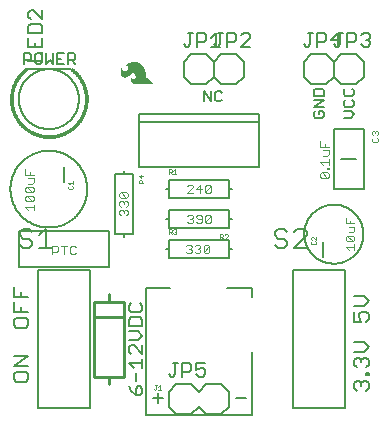
<source format=gbr>
G04 EAGLE Gerber RS-274X export*
G75*
%MOMM*%
%FSLAX34Y34*%
%LPD*%
%INSilkscreen Top*%
%IPPOS*%
%AMOC8*
5,1,8,0,0,1.08239X$1,22.5*%
G01*
%ADD10C,0.127000*%
%ADD11C,0.177800*%
%ADD12C,0.101600*%
%ADD13C,0.152400*%
%ADD14C,0.203200*%
%ADD15C,0.025400*%
%ADD16C,0.050800*%
%ADD17C,0.254000*%

G36*
X126980Y279277D02*
X126980Y279277D01*
X126984Y279275D01*
X127024Y279296D01*
X127066Y279313D01*
X127068Y279318D01*
X127072Y279320D01*
X127085Y279363D01*
X127101Y279405D01*
X127099Y279410D01*
X127101Y279414D01*
X127065Y279484D01*
X127060Y279494D01*
X127059Y279495D01*
X121577Y284367D01*
X120795Y285221D01*
X120206Y286211D01*
X120079Y286562D01*
X120014Y286930D01*
X120014Y289205D01*
X120012Y289210D01*
X120014Y289216D01*
X119890Y290580D01*
X119884Y290590D01*
X119886Y290602D01*
X119518Y291921D01*
X119510Y291929D01*
X119509Y291942D01*
X118909Y293172D01*
X118902Y293179D01*
X118899Y293190D01*
X118082Y294347D01*
X118074Y294352D01*
X118071Y294361D01*
X117099Y295392D01*
X117091Y295396D01*
X117088Y295402D01*
X117087Y295403D01*
X117086Y295404D01*
X115979Y296289D01*
X115969Y296291D01*
X115962Y296300D01*
X114281Y297247D01*
X114270Y297248D01*
X114260Y297256D01*
X112436Y297884D01*
X112425Y297883D01*
X112414Y297890D01*
X110507Y298178D01*
X110496Y298175D01*
X110484Y298180D01*
X108556Y298119D01*
X108547Y298115D01*
X108535Y298117D01*
X107496Y297910D01*
X107488Y297905D01*
X107478Y297905D01*
X106480Y297547D01*
X106473Y297541D01*
X106462Y297540D01*
X105528Y297038D01*
X105521Y297029D01*
X105509Y297026D01*
X104372Y296119D01*
X104366Y296108D01*
X104353Y296101D01*
X103432Y294975D01*
X103420Y294932D01*
X103404Y294891D01*
X103406Y294886D01*
X103405Y294880D01*
X103427Y294842D01*
X103445Y294802D01*
X103451Y294799D01*
X103453Y294795D01*
X103482Y294787D01*
X103530Y294769D01*
X104410Y294769D01*
X104531Y294753D01*
X104633Y294709D01*
X104973Y294435D01*
X105221Y294074D01*
X105286Y293900D01*
X105344Y293362D01*
X105246Y292832D01*
X104997Y292344D01*
X104346Y291442D01*
X103992Y291030D01*
X103582Y290679D01*
X103124Y290396D01*
X102630Y290190D01*
X102330Y290131D01*
X102027Y290143D01*
X101508Y290300D01*
X101048Y290586D01*
X100678Y290981D01*
X100423Y291462D01*
X100285Y291952D01*
X100227Y292463D01*
X100227Y293066D01*
X100227Y293067D01*
X100218Y293089D01*
X100189Y293157D01*
X100097Y293192D01*
X100087Y293188D01*
X100012Y293154D01*
X100009Y293152D01*
X100008Y293151D01*
X100007Y293150D01*
X99987Y293129D01*
X99985Y293125D01*
X99982Y293124D01*
X99981Y293120D01*
X99976Y293118D01*
X99638Y292683D01*
X99634Y292668D01*
X99622Y292656D01*
X99401Y292152D01*
X99401Y292151D01*
X99249Y291795D01*
X99148Y291567D01*
X99148Y291557D01*
X99141Y291547D01*
X98921Y290669D01*
X98923Y290660D01*
X98918Y290650D01*
X98832Y289750D01*
X98836Y289740D01*
X98832Y289728D01*
X98898Y288860D01*
X98904Y288849D01*
X98903Y288836D01*
X99134Y287996D01*
X99142Y287986D01*
X99143Y287973D01*
X99531Y287193D01*
X99539Y287186D01*
X99542Y287175D01*
X100102Y286398D01*
X100109Y286394D01*
X100113Y286385D01*
X100771Y285689D01*
X100782Y285684D01*
X100790Y285673D01*
X101393Y285242D01*
X101408Y285239D01*
X101421Y285227D01*
X102113Y284960D01*
X102129Y284960D01*
X102144Y284952D01*
X102881Y284865D01*
X102896Y284870D01*
X102913Y284866D01*
X103648Y284965D01*
X103661Y284973D01*
X103678Y284973D01*
X104366Y285253D01*
X104375Y285262D01*
X104389Y285265D01*
X106147Y286452D01*
X106153Y286460D01*
X106163Y286464D01*
X107704Y287917D01*
X108139Y288287D01*
X108642Y288527D01*
X109190Y288629D01*
X109746Y288586D01*
X110271Y288400D01*
X110731Y288085D01*
X111096Y287660D01*
X111389Y287117D01*
X111587Y286531D01*
X111684Y285921D01*
X111649Y285210D01*
X111442Y284532D01*
X111077Y283926D01*
X110749Y283613D01*
X110345Y283407D01*
X109929Y283314D01*
X109501Y283314D01*
X109086Y283407D01*
X108948Y283479D01*
X108834Y283597D01*
X108235Y284421D01*
X108164Y284554D01*
X108136Y284692D01*
X108152Y284850D01*
X108138Y284893D01*
X108127Y284938D01*
X108123Y284940D01*
X108122Y284944D01*
X108081Y284964D01*
X108042Y284987D01*
X108038Y284986D01*
X108034Y284988D01*
X107991Y284973D01*
X107947Y284960D01*
X107945Y284957D01*
X107941Y284956D01*
X107922Y284918D01*
X107901Y284882D01*
X107825Y284399D01*
X107827Y284394D01*
X107824Y284389D01*
X107751Y283449D01*
X107753Y283443D01*
X107751Y283437D01*
X107752Y283434D01*
X107751Y283429D01*
X107824Y282489D01*
X107829Y282479D01*
X107828Y282467D01*
X108012Y281768D01*
X108020Y281758D01*
X108021Y281744D01*
X108342Y281096D01*
X108351Y281088D01*
X108355Y281074D01*
X108800Y280504D01*
X108811Y280498D01*
X108817Y280486D01*
X109367Y280016D01*
X109379Y280012D01*
X109388Y280001D01*
X110120Y279600D01*
X110133Y279599D01*
X110144Y279590D01*
X110943Y279350D01*
X110956Y279351D01*
X110969Y279345D01*
X111800Y279275D01*
X111806Y279277D01*
X111811Y279275D01*
X126975Y279275D01*
X126980Y279277D01*
G37*
D10*
X287647Y250825D02*
X293579Y250825D01*
X296545Y253791D01*
X293579Y256757D01*
X287647Y256757D01*
X287647Y264629D02*
X289130Y266112D01*
X287647Y264629D02*
X287647Y261663D01*
X289130Y260180D01*
X295062Y260180D01*
X296545Y261663D01*
X296545Y264629D01*
X295062Y266112D01*
X287647Y273984D02*
X289130Y275467D01*
X287647Y273984D02*
X287647Y271018D01*
X289130Y269535D01*
X295062Y269535D01*
X296545Y271018D01*
X296545Y273984D01*
X295062Y275467D01*
X263730Y256757D02*
X262247Y255274D01*
X262247Y252308D01*
X263730Y250825D01*
X269662Y250825D01*
X271145Y252308D01*
X271145Y255274D01*
X269662Y256757D01*
X266696Y256757D01*
X266696Y253791D01*
X271145Y260180D02*
X262247Y260180D01*
X271145Y266112D01*
X262247Y266112D01*
X262247Y269535D02*
X271145Y269535D01*
X271145Y273984D01*
X269662Y275467D01*
X263730Y275467D01*
X262247Y273984D01*
X262247Y269535D01*
D11*
X8244Y79507D02*
X8244Y75355D01*
X10320Y73279D01*
X18625Y73279D01*
X20701Y75355D01*
X20701Y79507D01*
X18625Y81583D01*
X10320Y81583D01*
X8244Y79507D01*
X8244Y86376D02*
X20701Y86376D01*
X8244Y86376D02*
X8244Y94681D01*
X14473Y90528D02*
X14473Y86376D01*
X20701Y99474D02*
X8244Y99474D01*
X8244Y107778D01*
X14473Y103626D02*
X14473Y99474D01*
X8244Y33787D02*
X8244Y29635D01*
X10320Y27559D01*
X18625Y27559D01*
X20701Y29635D01*
X20701Y33787D01*
X18625Y35863D01*
X10320Y35863D01*
X8244Y33787D01*
X8244Y40656D02*
X20701Y40656D01*
X20701Y48961D02*
X8244Y40656D01*
X8244Y48961D02*
X20701Y48961D01*
D10*
X17145Y296545D02*
X17145Y305443D01*
X21594Y305443D01*
X23077Y303960D01*
X23077Y300994D01*
X21594Y299511D01*
X17145Y299511D01*
X27983Y305443D02*
X30949Y305443D01*
X27983Y305443D02*
X26500Y303960D01*
X26500Y298028D01*
X27983Y296545D01*
X30949Y296545D01*
X32432Y298028D01*
X32432Y303960D01*
X30949Y305443D01*
X35855Y305443D02*
X35855Y296545D01*
X38821Y299511D01*
X41787Y296545D01*
X41787Y305443D01*
X45211Y305443D02*
X51142Y305443D01*
X45211Y305443D02*
X45211Y296545D01*
X51142Y296545D01*
X48176Y300994D02*
X45211Y300994D01*
X54566Y296545D02*
X54566Y305443D01*
X59015Y305443D01*
X60497Y303960D01*
X60497Y300994D01*
X59015Y299511D01*
X54566Y299511D01*
X57532Y299511D02*
X60497Y296545D01*
D12*
X41148Y142246D02*
X41148Y135128D01*
X41148Y142246D02*
X44707Y142246D01*
X45893Y141060D01*
X45893Y138687D01*
X44707Y137501D01*
X41148Y137501D01*
X51005Y135128D02*
X51005Y142246D01*
X48632Y142246D02*
X53378Y142246D01*
X59675Y142246D02*
X60862Y141060D01*
X59675Y142246D02*
X57303Y142246D01*
X56116Y141060D01*
X56116Y136314D01*
X57303Y135128D01*
X59675Y135128D01*
X60862Y136314D01*
D11*
X296534Y22015D02*
X298610Y19939D01*
X296534Y22015D02*
X296534Y26167D01*
X298610Y28243D01*
X300687Y28243D01*
X302763Y26167D01*
X302763Y24091D01*
X302763Y26167D02*
X304839Y28243D01*
X306915Y28243D01*
X308991Y26167D01*
X308991Y22015D01*
X306915Y19939D01*
X306915Y33036D02*
X308991Y33036D01*
X306915Y33036D02*
X306915Y35112D01*
X308991Y35112D01*
X308991Y33036D01*
X298610Y39585D02*
X296534Y41661D01*
X296534Y45813D01*
X298610Y47889D01*
X300687Y47889D01*
X302763Y45813D01*
X302763Y43737D01*
X302763Y45813D02*
X304839Y47889D01*
X306915Y47889D01*
X308991Y45813D01*
X308991Y41661D01*
X306915Y39585D01*
X304839Y52682D02*
X296534Y52682D01*
X304839Y52682D02*
X308991Y56834D01*
X304839Y60987D01*
X296534Y60987D01*
X296534Y78359D02*
X296534Y86663D01*
X296534Y78359D02*
X302763Y78359D01*
X300687Y82511D01*
X300687Y84587D01*
X302763Y86663D01*
X306915Y86663D01*
X308991Y84587D01*
X308991Y80435D01*
X306915Y78359D01*
X304839Y91456D02*
X296534Y91456D01*
X304839Y91456D02*
X308991Y95608D01*
X304839Y99761D01*
X296534Y99761D01*
X204773Y13467D02*
X196469Y13467D01*
X134923Y13467D02*
X126619Y13467D01*
X130771Y9315D02*
X130771Y17620D01*
D10*
X169545Y264795D02*
X169545Y273693D01*
X175477Y264795D01*
X175477Y273693D01*
X183349Y273693D02*
X184832Y272210D01*
X183349Y273693D02*
X180383Y273693D01*
X178900Y272210D01*
X178900Y266278D01*
X180383Y264795D01*
X183349Y264795D01*
X184832Y266278D01*
D13*
X106162Y23459D02*
X108027Y19731D01*
X111755Y16002D01*
X115484Y16002D01*
X117348Y17866D01*
X117348Y21595D01*
X115484Y23459D01*
X113620Y23459D01*
X111755Y21595D01*
X111755Y16002D01*
X111755Y27696D02*
X111755Y35153D01*
X109891Y39390D02*
X106162Y43118D01*
X117348Y43118D01*
X117348Y39390D02*
X117348Y46847D01*
X117348Y51084D02*
X117348Y58541D01*
X117348Y51084D02*
X109891Y58541D01*
X108027Y58541D01*
X106162Y56677D01*
X106162Y52948D01*
X108027Y51084D01*
X106162Y62778D02*
X113620Y62778D01*
X117348Y66506D01*
X113620Y70235D01*
X106162Y70235D01*
X106162Y74472D02*
X117348Y74472D01*
X117348Y80065D01*
X115484Y81929D01*
X108027Y81929D01*
X106162Y80065D01*
X106162Y74472D01*
X106162Y91759D02*
X108027Y93623D01*
X106162Y91759D02*
X106162Y88030D01*
X108027Y86166D01*
X115484Y86166D01*
X117348Y88030D01*
X117348Y91759D01*
X115484Y93623D01*
D10*
X72550Y121650D02*
X29050Y121650D01*
X29050Y5350D01*
X72550Y5350D01*
X72550Y121650D01*
D11*
X24266Y153935D02*
X21597Y156605D01*
X16258Y156605D01*
X13589Y153935D01*
X13589Y151266D01*
X16258Y148597D01*
X21597Y148597D01*
X24266Y145928D01*
X24266Y143258D01*
X21597Y140589D01*
X16258Y140589D01*
X13589Y143258D01*
X29961Y151266D02*
X35299Y156605D01*
X35299Y140589D01*
X29961Y140589D02*
X40638Y140589D01*
D14*
X139700Y157480D02*
X190500Y157480D01*
X139700Y157480D02*
X139700Y165100D01*
X139700Y172720D01*
X190500Y172720D01*
X190500Y165100D01*
X190500Y157480D01*
X139700Y165100D02*
X137160Y165100D01*
X190500Y165100D02*
X193040Y165100D01*
D15*
X183143Y152276D02*
X183143Y148463D01*
X183143Y152276D02*
X185049Y152276D01*
X185685Y151641D01*
X185685Y150370D01*
X185049Y149734D01*
X183143Y149734D01*
X184414Y149734D02*
X185685Y148463D01*
X186885Y148463D02*
X189427Y148463D01*
X186885Y148463D02*
X189427Y151005D01*
X189427Y151641D01*
X188792Y152276D01*
X187520Y152276D01*
X186885Y151641D01*
D12*
X156634Y168916D02*
X155448Y167730D01*
X156634Y168916D02*
X159007Y168916D01*
X160193Y167730D01*
X160193Y166543D01*
X159007Y165357D01*
X157821Y165357D01*
X159007Y165357D02*
X160193Y164171D01*
X160193Y162984D01*
X159007Y161798D01*
X156634Y161798D01*
X155448Y162984D01*
X162932Y162984D02*
X164119Y161798D01*
X166491Y161798D01*
X167678Y162984D01*
X167678Y167730D01*
X166491Y168916D01*
X164119Y168916D01*
X162932Y167730D01*
X162932Y166543D01*
X164119Y165357D01*
X167678Y165357D01*
X170416Y162984D02*
X170416Y167730D01*
X171603Y168916D01*
X173975Y168916D01*
X175162Y167730D01*
X175162Y162984D01*
X173975Y161798D01*
X171603Y161798D01*
X170416Y162984D01*
X175162Y167730D01*
D14*
X50800Y196850D02*
X50800Y209550D01*
X5600Y190500D02*
X5610Y191298D01*
X5639Y192095D01*
X5688Y192891D01*
X5756Y193686D01*
X5844Y194478D01*
X5952Y195269D01*
X6078Y196056D01*
X6224Y196840D01*
X6390Y197621D01*
X6574Y198397D01*
X6777Y199168D01*
X6999Y199934D01*
X7240Y200695D01*
X7500Y201449D01*
X7778Y202197D01*
X8074Y202937D01*
X8388Y203670D01*
X8720Y204396D01*
X9070Y205112D01*
X9438Y205820D01*
X9822Y206519D01*
X10224Y207208D01*
X10642Y207887D01*
X11077Y208556D01*
X11528Y209214D01*
X11996Y209860D01*
X12479Y210495D01*
X12977Y211118D01*
X13491Y211728D01*
X14019Y212326D01*
X14562Y212910D01*
X15119Y213481D01*
X15690Y214038D01*
X16274Y214581D01*
X16872Y215109D01*
X17482Y215623D01*
X18105Y216121D01*
X18740Y216604D01*
X19386Y217072D01*
X20044Y217523D01*
X20713Y217958D01*
X21392Y218376D01*
X22081Y218778D01*
X22780Y219162D01*
X23488Y219530D01*
X24204Y219880D01*
X24930Y220212D01*
X25663Y220526D01*
X26403Y220822D01*
X27151Y221100D01*
X27905Y221360D01*
X28666Y221601D01*
X29432Y221823D01*
X30203Y222026D01*
X30979Y222210D01*
X31760Y222376D01*
X32544Y222522D01*
X33331Y222648D01*
X34122Y222756D01*
X34914Y222844D01*
X35709Y222912D01*
X36505Y222961D01*
X37302Y222990D01*
X38100Y223000D01*
X38898Y222990D01*
X39695Y222961D01*
X40491Y222912D01*
X41286Y222844D01*
X42078Y222756D01*
X42869Y222648D01*
X43656Y222522D01*
X44440Y222376D01*
X45221Y222210D01*
X45997Y222026D01*
X46768Y221823D01*
X47534Y221601D01*
X48295Y221360D01*
X49049Y221100D01*
X49797Y220822D01*
X50537Y220526D01*
X51270Y220212D01*
X51996Y219880D01*
X52712Y219530D01*
X53420Y219162D01*
X54119Y218778D01*
X54808Y218376D01*
X55487Y217958D01*
X56156Y217523D01*
X56814Y217072D01*
X57460Y216604D01*
X58095Y216121D01*
X58718Y215623D01*
X59328Y215109D01*
X59926Y214581D01*
X60510Y214038D01*
X61081Y213481D01*
X61638Y212910D01*
X62181Y212326D01*
X62709Y211728D01*
X63223Y211118D01*
X63721Y210495D01*
X64204Y209860D01*
X64672Y209214D01*
X65123Y208556D01*
X65558Y207887D01*
X65976Y207208D01*
X66378Y206519D01*
X66762Y205820D01*
X67130Y205112D01*
X67480Y204396D01*
X67812Y203670D01*
X68126Y202937D01*
X68422Y202197D01*
X68700Y201449D01*
X68960Y200695D01*
X69201Y199934D01*
X69423Y199168D01*
X69626Y198397D01*
X69810Y197621D01*
X69976Y196840D01*
X70122Y196056D01*
X70248Y195269D01*
X70356Y194478D01*
X70444Y193686D01*
X70512Y192891D01*
X70561Y192095D01*
X70590Y191298D01*
X70600Y190500D01*
X70590Y189702D01*
X70561Y188905D01*
X70512Y188109D01*
X70444Y187314D01*
X70356Y186522D01*
X70248Y185731D01*
X70122Y184944D01*
X69976Y184160D01*
X69810Y183379D01*
X69626Y182603D01*
X69423Y181832D01*
X69201Y181066D01*
X68960Y180305D01*
X68700Y179551D01*
X68422Y178803D01*
X68126Y178063D01*
X67812Y177330D01*
X67480Y176604D01*
X67130Y175888D01*
X66762Y175180D01*
X66378Y174481D01*
X65976Y173792D01*
X65558Y173113D01*
X65123Y172444D01*
X64672Y171786D01*
X64204Y171140D01*
X63721Y170505D01*
X63223Y169882D01*
X62709Y169272D01*
X62181Y168674D01*
X61638Y168090D01*
X61081Y167519D01*
X60510Y166962D01*
X59926Y166419D01*
X59328Y165891D01*
X58718Y165377D01*
X58095Y164879D01*
X57460Y164396D01*
X56814Y163928D01*
X56156Y163477D01*
X55487Y163042D01*
X54808Y162624D01*
X54119Y162222D01*
X53420Y161838D01*
X52712Y161470D01*
X51996Y161120D01*
X51270Y160788D01*
X50537Y160474D01*
X49797Y160178D01*
X49049Y159900D01*
X48295Y159640D01*
X47534Y159399D01*
X46768Y159177D01*
X45997Y158974D01*
X45221Y158790D01*
X44440Y158624D01*
X43656Y158478D01*
X42869Y158352D01*
X42078Y158244D01*
X41286Y158156D01*
X40491Y158088D01*
X39695Y158039D01*
X38898Y158010D01*
X38100Y158000D01*
X37302Y158010D01*
X36505Y158039D01*
X35709Y158088D01*
X34914Y158156D01*
X34122Y158244D01*
X33331Y158352D01*
X32544Y158478D01*
X31760Y158624D01*
X30979Y158790D01*
X30203Y158974D01*
X29432Y159177D01*
X28666Y159399D01*
X27905Y159640D01*
X27151Y159900D01*
X26403Y160178D01*
X25663Y160474D01*
X24930Y160788D01*
X24204Y161120D01*
X23488Y161470D01*
X22780Y161838D01*
X22081Y162222D01*
X21392Y162624D01*
X20713Y163042D01*
X20044Y163477D01*
X19386Y163928D01*
X18740Y164396D01*
X18105Y164879D01*
X17482Y165377D01*
X16872Y165891D01*
X16274Y166419D01*
X15690Y166962D01*
X15119Y167519D01*
X14562Y168090D01*
X14019Y168674D01*
X13491Y169272D01*
X12977Y169882D01*
X12479Y170505D01*
X11996Y171140D01*
X11528Y171786D01*
X11077Y172444D01*
X10642Y173113D01*
X10224Y173792D01*
X9822Y174481D01*
X9438Y175180D01*
X9070Y175888D01*
X8720Y176604D01*
X8388Y177330D01*
X8074Y178063D01*
X7778Y178803D01*
X7500Y179551D01*
X7240Y180305D01*
X6999Y181066D01*
X6777Y181832D01*
X6574Y182603D01*
X6390Y183379D01*
X6224Y184160D01*
X6078Y184944D01*
X5952Y185731D01*
X5844Y186522D01*
X5756Y187314D01*
X5688Y188109D01*
X5639Y188905D01*
X5610Y189702D01*
X5600Y190500D01*
D15*
X54734Y192669D02*
X55369Y193305D01*
X54734Y192669D02*
X54734Y191398D01*
X55369Y190763D01*
X57911Y190763D01*
X58547Y191398D01*
X58547Y192669D01*
X57911Y193305D01*
X56005Y194505D02*
X54734Y195776D01*
X58547Y195776D01*
X58547Y194505D02*
X58547Y197047D01*
D12*
X20655Y172637D02*
X18282Y175010D01*
X25400Y175010D01*
X25400Y172637D02*
X25400Y177383D01*
X24214Y180121D02*
X19468Y180121D01*
X18282Y181308D01*
X18282Y183680D01*
X19468Y184867D01*
X24214Y184867D01*
X25400Y183680D01*
X25400Y181308D01*
X24214Y180121D01*
X19468Y184867D01*
X19468Y187606D02*
X24214Y187606D01*
X19468Y187606D02*
X18282Y188792D01*
X18282Y191165D01*
X19468Y192351D01*
X24214Y192351D01*
X25400Y191165D01*
X25400Y188792D01*
X24214Y187606D01*
X19468Y192351D01*
X20655Y195090D02*
X24214Y195090D01*
X25400Y196276D01*
X25400Y199835D01*
X20655Y199835D01*
X18282Y202574D02*
X25400Y202574D01*
X18282Y202574D02*
X18282Y207319D01*
X21841Y204947D02*
X21841Y202574D01*
D14*
X139700Y198120D02*
X190500Y198120D01*
X190500Y190500D01*
X190500Y182880D01*
X139700Y182880D01*
X139700Y190500D01*
X139700Y198120D01*
X190500Y190500D02*
X193040Y190500D01*
X139700Y190500D02*
X137160Y190500D01*
D15*
X139827Y203327D02*
X139827Y207140D01*
X141734Y207140D01*
X142369Y206505D01*
X142369Y205234D01*
X141734Y204598D01*
X139827Y204598D01*
X141098Y204598D02*
X142369Y203327D01*
X143569Y205869D02*
X144840Y207140D01*
X144840Y203327D01*
X143569Y203327D02*
X146111Y203327D01*
D12*
X155448Y187198D02*
X160193Y187198D01*
X155448Y187198D02*
X160193Y191943D01*
X160193Y193130D01*
X159007Y194316D01*
X156634Y194316D01*
X155448Y193130D01*
X166491Y194316D02*
X166491Y187198D01*
X162932Y190757D02*
X166491Y194316D01*
X167678Y190757D02*
X162932Y190757D01*
X170416Y188384D02*
X170416Y193130D01*
X171603Y194316D01*
X173975Y194316D01*
X175162Y193130D01*
X175162Y188384D01*
X173975Y187198D01*
X171603Y187198D01*
X170416Y188384D01*
X175162Y193130D01*
D14*
X109220Y203200D02*
X109220Y152400D01*
X101600Y152400D01*
X93980Y152400D01*
X93980Y203200D01*
X101600Y203200D01*
X109220Y203200D01*
X101600Y152400D02*
X101600Y149860D01*
X101600Y203200D02*
X101600Y205740D01*
D15*
X114424Y195843D02*
X118237Y195843D01*
X114424Y195843D02*
X114424Y197749D01*
X115059Y198385D01*
X116330Y198385D01*
X116966Y197749D01*
X116966Y195843D01*
X116966Y197114D02*
X118237Y198385D01*
X118237Y201492D02*
X114424Y201492D01*
X116330Y199585D01*
X116330Y202127D01*
D12*
X97784Y169334D02*
X98970Y168148D01*
X97784Y169334D02*
X97784Y171707D01*
X98970Y172893D01*
X100157Y172893D01*
X101343Y171707D01*
X101343Y170521D01*
X101343Y171707D02*
X102529Y172893D01*
X103716Y172893D01*
X104902Y171707D01*
X104902Y169334D01*
X103716Y168148D01*
X98970Y175632D02*
X97784Y176819D01*
X97784Y179191D01*
X98970Y180378D01*
X100157Y180378D01*
X101343Y179191D01*
X101343Y178005D01*
X101343Y179191D02*
X102529Y180378D01*
X103716Y180378D01*
X104902Y179191D01*
X104902Y176819D01*
X103716Y175632D01*
X103716Y183116D02*
X98970Y183116D01*
X97784Y184303D01*
X97784Y186675D01*
X98970Y187862D01*
X103716Y187862D01*
X104902Y186675D01*
X104902Y184303D01*
X103716Y183116D01*
X98970Y187862D01*
D14*
X270200Y145950D02*
X270200Y133250D01*
X254400Y152400D02*
X254408Y153014D01*
X254430Y153627D01*
X254468Y154239D01*
X254520Y154850D01*
X254588Y155460D01*
X254671Y156068D01*
X254768Y156674D01*
X254880Y157277D01*
X255007Y157878D01*
X255149Y158475D01*
X255306Y159068D01*
X255476Y159657D01*
X255662Y160242D01*
X255861Y160822D01*
X256075Y161397D01*
X256303Y161967D01*
X256545Y162531D01*
X256800Y163089D01*
X257069Y163640D01*
X257352Y164185D01*
X257648Y164722D01*
X257957Y165253D01*
X258279Y165775D01*
X258613Y166289D01*
X258960Y166795D01*
X259320Y167292D01*
X259691Y167781D01*
X260075Y168260D01*
X260470Y168729D01*
X260876Y169189D01*
X261294Y169639D01*
X261722Y170078D01*
X262161Y170506D01*
X262611Y170924D01*
X263071Y171330D01*
X263540Y171725D01*
X264019Y172109D01*
X264508Y172480D01*
X265005Y172840D01*
X265511Y173187D01*
X266025Y173521D01*
X266547Y173843D01*
X267078Y174152D01*
X267615Y174448D01*
X268160Y174731D01*
X268711Y175000D01*
X269269Y175255D01*
X269833Y175497D01*
X270403Y175725D01*
X270978Y175939D01*
X271558Y176138D01*
X272143Y176324D01*
X272732Y176494D01*
X273325Y176651D01*
X273922Y176793D01*
X274523Y176920D01*
X275126Y177032D01*
X275732Y177129D01*
X276340Y177212D01*
X276950Y177280D01*
X277561Y177332D01*
X278173Y177370D01*
X278786Y177392D01*
X279400Y177400D01*
X280014Y177392D01*
X280627Y177370D01*
X281239Y177332D01*
X281850Y177280D01*
X282460Y177212D01*
X283068Y177129D01*
X283674Y177032D01*
X284277Y176920D01*
X284878Y176793D01*
X285475Y176651D01*
X286068Y176494D01*
X286657Y176324D01*
X287242Y176138D01*
X287822Y175939D01*
X288397Y175725D01*
X288967Y175497D01*
X289531Y175255D01*
X290089Y175000D01*
X290640Y174731D01*
X291185Y174448D01*
X291722Y174152D01*
X292253Y173843D01*
X292775Y173521D01*
X293289Y173187D01*
X293795Y172840D01*
X294292Y172480D01*
X294781Y172109D01*
X295260Y171725D01*
X295729Y171330D01*
X296189Y170924D01*
X296639Y170506D01*
X297078Y170078D01*
X297506Y169639D01*
X297924Y169189D01*
X298330Y168729D01*
X298725Y168260D01*
X299109Y167781D01*
X299480Y167292D01*
X299840Y166795D01*
X300187Y166289D01*
X300521Y165775D01*
X300843Y165253D01*
X301152Y164722D01*
X301448Y164185D01*
X301731Y163640D01*
X302000Y163089D01*
X302255Y162531D01*
X302497Y161967D01*
X302725Y161397D01*
X302939Y160822D01*
X303138Y160242D01*
X303324Y159657D01*
X303494Y159068D01*
X303651Y158475D01*
X303793Y157878D01*
X303920Y157277D01*
X304032Y156674D01*
X304129Y156068D01*
X304212Y155460D01*
X304280Y154850D01*
X304332Y154239D01*
X304370Y153627D01*
X304392Y153014D01*
X304400Y152400D01*
X304392Y151786D01*
X304370Y151173D01*
X304332Y150561D01*
X304280Y149950D01*
X304212Y149340D01*
X304129Y148732D01*
X304032Y148126D01*
X303920Y147523D01*
X303793Y146922D01*
X303651Y146325D01*
X303494Y145732D01*
X303324Y145143D01*
X303138Y144558D01*
X302939Y143978D01*
X302725Y143403D01*
X302497Y142833D01*
X302255Y142269D01*
X302000Y141711D01*
X301731Y141160D01*
X301448Y140615D01*
X301152Y140078D01*
X300843Y139547D01*
X300521Y139025D01*
X300187Y138511D01*
X299840Y138005D01*
X299480Y137508D01*
X299109Y137019D01*
X298725Y136540D01*
X298330Y136071D01*
X297924Y135611D01*
X297506Y135161D01*
X297078Y134722D01*
X296639Y134294D01*
X296189Y133876D01*
X295729Y133470D01*
X295260Y133075D01*
X294781Y132691D01*
X294292Y132320D01*
X293795Y131960D01*
X293289Y131613D01*
X292775Y131279D01*
X292253Y130957D01*
X291722Y130648D01*
X291185Y130352D01*
X290640Y130069D01*
X290089Y129800D01*
X289531Y129545D01*
X288967Y129303D01*
X288397Y129075D01*
X287822Y128861D01*
X287242Y128662D01*
X286657Y128476D01*
X286068Y128306D01*
X285475Y128149D01*
X284878Y128007D01*
X284277Y127880D01*
X283674Y127768D01*
X283068Y127671D01*
X282460Y127588D01*
X281850Y127520D01*
X281239Y127468D01*
X280627Y127430D01*
X280014Y127408D01*
X279400Y127400D01*
X278786Y127408D01*
X278173Y127430D01*
X277561Y127468D01*
X276950Y127520D01*
X276340Y127588D01*
X275732Y127671D01*
X275126Y127768D01*
X274523Y127880D01*
X273922Y128007D01*
X273325Y128149D01*
X272732Y128306D01*
X272143Y128476D01*
X271558Y128662D01*
X270978Y128861D01*
X270403Y129075D01*
X269833Y129303D01*
X269269Y129545D01*
X268711Y129800D01*
X268160Y130069D01*
X267615Y130352D01*
X267078Y130648D01*
X266547Y130957D01*
X266025Y131279D01*
X265511Y131613D01*
X265005Y131960D01*
X264508Y132320D01*
X264019Y132691D01*
X263540Y133075D01*
X263071Y133470D01*
X262611Y133876D01*
X262161Y134294D01*
X261722Y134722D01*
X261294Y135161D01*
X260876Y135611D01*
X260470Y136071D01*
X260075Y136540D01*
X259691Y137019D01*
X259320Y137508D01*
X258960Y138005D01*
X258613Y138511D01*
X258279Y139025D01*
X257957Y139547D01*
X257648Y140078D01*
X257352Y140615D01*
X257069Y141160D01*
X256800Y141711D01*
X256545Y142269D01*
X256303Y142833D01*
X256075Y143403D01*
X255861Y143978D01*
X255662Y144558D01*
X255476Y145143D01*
X255306Y145732D01*
X255149Y146325D01*
X255007Y146922D01*
X254880Y147523D01*
X254768Y148126D01*
X254671Y148732D01*
X254588Y149340D01*
X254520Y149950D01*
X254468Y150561D01*
X254430Y151173D01*
X254408Y151786D01*
X254400Y152400D01*
D15*
X260855Y146179D02*
X260220Y145544D01*
X260220Y144273D01*
X260855Y143637D01*
X263397Y143637D01*
X264033Y144273D01*
X264033Y145544D01*
X263397Y146179D01*
X264033Y147379D02*
X264033Y149921D01*
X264033Y147379D02*
X261491Y149921D01*
X260855Y149921D01*
X260220Y149286D01*
X260220Y148015D01*
X260855Y147379D01*
D12*
X289554Y141311D02*
X291927Y138938D01*
X289554Y141311D02*
X296672Y141311D01*
X296672Y143683D02*
X296672Y138938D01*
X295486Y146422D02*
X290740Y146422D01*
X289554Y147609D01*
X289554Y149981D01*
X290740Y151168D01*
X295486Y151168D01*
X296672Y149981D01*
X296672Y147609D01*
X295486Y146422D01*
X290740Y151168D01*
X291927Y153906D02*
X295486Y153906D01*
X296672Y155093D01*
X296672Y158652D01*
X291927Y158652D01*
X289554Y161390D02*
X296672Y161390D01*
X289554Y161390D02*
X289554Y166136D01*
X293113Y163763D02*
X293113Y161390D01*
D14*
X57150Y292100D02*
X19050Y292100D01*
D15*
X18263Y292938D02*
X19635Y291109D01*
X19634Y291109D02*
X19043Y290650D01*
X18463Y290177D01*
X17895Y289690D01*
X17339Y289189D01*
X16796Y288675D01*
X16265Y288148D01*
X15747Y287608D01*
X15242Y287055D01*
X14752Y286490D01*
X14275Y285913D01*
X13812Y285325D01*
X13364Y284726D01*
X12931Y284115D01*
X12512Y283495D01*
X12110Y282864D01*
X11722Y282224D01*
X11350Y281575D01*
X10995Y280916D01*
X10655Y280249D01*
X10332Y279574D01*
X10026Y278891D01*
X9736Y278201D01*
X9463Y277505D01*
X9208Y276801D01*
X8970Y276092D01*
X8749Y275377D01*
X8545Y274657D01*
X8360Y273932D01*
X8192Y273203D01*
X8042Y272469D01*
X7910Y271733D01*
X7796Y270993D01*
X7700Y270251D01*
X7622Y269507D01*
X7562Y268761D01*
X7521Y268014D01*
X7498Y267266D01*
X7494Y266517D01*
X7507Y265769D01*
X7539Y265021D01*
X7589Y264275D01*
X7658Y263530D01*
X7744Y262786D01*
X7849Y262045D01*
X7972Y261307D01*
X8113Y260572D01*
X8271Y259841D01*
X8448Y259114D01*
X8642Y258391D01*
X8854Y257673D01*
X9084Y256961D01*
X9331Y256255D01*
X9595Y255554D01*
X9876Y254861D01*
X10173Y254174D01*
X10488Y253495D01*
X10819Y252824D01*
X11166Y252161D01*
X11530Y251507D01*
X11909Y250862D01*
X12304Y250227D01*
X12715Y249601D01*
X13140Y248985D01*
X13581Y248380D01*
X14036Y247786D01*
X14506Y247204D01*
X14990Y246633D01*
X15487Y246074D01*
X15998Y245527D01*
X16522Y244993D01*
X17059Y244472D01*
X17609Y243964D01*
X18171Y243470D01*
X18745Y242990D01*
X19330Y242524D01*
X19927Y242072D01*
X20535Y241635D01*
X21153Y241213D01*
X21781Y240806D01*
X22419Y240415D01*
X23066Y240040D01*
X23722Y239680D01*
X24387Y239337D01*
X25060Y239010D01*
X25741Y238699D01*
X26429Y238405D01*
X27125Y238129D01*
X27826Y237869D01*
X28534Y237626D01*
X29248Y237401D01*
X29967Y237193D01*
X30691Y237003D01*
X31419Y236831D01*
X32151Y236677D01*
X32887Y236540D01*
X33626Y236422D01*
X34368Y236321D01*
X35111Y236239D01*
X35857Y236175D01*
X36604Y236130D01*
X37352Y236102D01*
X38100Y236093D01*
X38848Y236102D01*
X39596Y236130D01*
X40343Y236175D01*
X41089Y236239D01*
X41832Y236321D01*
X42574Y236422D01*
X43313Y236540D01*
X44049Y236677D01*
X44781Y236831D01*
X45509Y237003D01*
X46233Y237193D01*
X46952Y237401D01*
X47666Y237626D01*
X48374Y237869D01*
X49075Y238129D01*
X49771Y238405D01*
X50459Y238699D01*
X51140Y239010D01*
X51813Y239337D01*
X52478Y239680D01*
X53134Y240040D01*
X53781Y240415D01*
X54419Y240806D01*
X55047Y241213D01*
X55665Y241635D01*
X56273Y242072D01*
X56870Y242524D01*
X57455Y242990D01*
X58029Y243470D01*
X58591Y243964D01*
X59141Y244472D01*
X59678Y244993D01*
X60202Y245527D01*
X60713Y246074D01*
X61210Y246633D01*
X61694Y247204D01*
X62164Y247786D01*
X62619Y248380D01*
X63060Y248985D01*
X63485Y249601D01*
X63896Y250227D01*
X64291Y250862D01*
X64670Y251507D01*
X65034Y252161D01*
X65381Y252824D01*
X65712Y253495D01*
X66027Y254174D01*
X66324Y254861D01*
X66605Y255554D01*
X66869Y256255D01*
X67116Y256961D01*
X67346Y257673D01*
X67558Y258391D01*
X67752Y259114D01*
X67929Y259841D01*
X68087Y260572D01*
X68228Y261307D01*
X68351Y262045D01*
X68456Y262786D01*
X68542Y263530D01*
X68611Y264275D01*
X68661Y265021D01*
X68693Y265769D01*
X68706Y266517D01*
X68702Y267266D01*
X68679Y268014D01*
X68638Y268761D01*
X68578Y269507D01*
X68500Y270251D01*
X68404Y270993D01*
X68290Y271733D01*
X68158Y272469D01*
X68008Y273203D01*
X67840Y273932D01*
X67655Y274657D01*
X67451Y275377D01*
X67230Y276092D01*
X66992Y276801D01*
X66737Y277505D01*
X66464Y278201D01*
X66174Y278891D01*
X65868Y279574D01*
X65545Y280249D01*
X65205Y280916D01*
X64850Y281575D01*
X64478Y282224D01*
X64090Y282864D01*
X63688Y283495D01*
X63269Y284115D01*
X62836Y284726D01*
X62388Y285325D01*
X61925Y285913D01*
X61448Y286490D01*
X60958Y287055D01*
X60453Y287608D01*
X59935Y288148D01*
X59404Y288675D01*
X58861Y289189D01*
X58305Y289690D01*
X57737Y290177D01*
X57157Y290650D01*
X56566Y291109D01*
X57937Y292938D01*
X58573Y292445D01*
X59196Y291937D01*
X59807Y291413D01*
X60405Y290875D01*
X60989Y290323D01*
X61560Y289756D01*
X62117Y289176D01*
X62659Y288582D01*
X63187Y287975D01*
X63699Y287355D01*
X64197Y286723D01*
X64679Y286079D01*
X65144Y285423D01*
X65594Y284756D01*
X66027Y284078D01*
X66444Y283390D01*
X66844Y282692D01*
X67226Y281985D01*
X67591Y281268D01*
X67938Y280543D01*
X68268Y279809D01*
X68579Y279067D01*
X68873Y278318D01*
X69148Y277563D01*
X69404Y276800D01*
X69642Y276032D01*
X69860Y275258D01*
X70060Y274479D01*
X70241Y273695D01*
X70402Y272907D01*
X70544Y272115D01*
X70667Y271320D01*
X70770Y270523D01*
X70854Y269723D01*
X70918Y268921D01*
X70962Y268118D01*
X70987Y267314D01*
X70992Y266510D01*
X70978Y265705D01*
X70944Y264902D01*
X70890Y264099D01*
X70817Y263298D01*
X70724Y262499D01*
X70611Y261703D01*
X70479Y260910D01*
X70328Y260120D01*
X70158Y259334D01*
X69968Y258552D01*
X69759Y257775D01*
X69531Y257004D01*
X69285Y256238D01*
X69020Y255479D01*
X68736Y254726D01*
X68434Y253981D01*
X68114Y253243D01*
X67776Y252513D01*
X67420Y251791D01*
X67047Y251079D01*
X66656Y250376D01*
X66249Y249683D01*
X65824Y248999D01*
X65383Y248327D01*
X64926Y247665D01*
X64452Y247015D01*
X63963Y246377D01*
X63459Y245750D01*
X62939Y245136D01*
X62404Y244536D01*
X61855Y243948D01*
X61291Y243374D01*
X60714Y242814D01*
X60123Y242268D01*
X59519Y241737D01*
X58903Y241221D01*
X58273Y240720D01*
X57632Y240234D01*
X56979Y239764D01*
X56315Y239311D01*
X55640Y238874D01*
X54954Y238453D01*
X54259Y238049D01*
X53553Y237663D01*
X52839Y237294D01*
X52115Y236942D01*
X51383Y236608D01*
X50644Y236293D01*
X49896Y235995D01*
X49142Y235716D01*
X48381Y235455D01*
X47614Y235213D01*
X46841Y234990D01*
X46063Y234786D01*
X45281Y234600D01*
X44494Y234434D01*
X43703Y234288D01*
X42909Y234160D01*
X42112Y234053D01*
X41312Y233964D01*
X40511Y233895D01*
X39708Y233846D01*
X38904Y233817D01*
X38100Y233807D01*
X37296Y233817D01*
X36492Y233846D01*
X35689Y233895D01*
X34888Y233964D01*
X34088Y234053D01*
X33291Y234160D01*
X32497Y234288D01*
X31706Y234434D01*
X30919Y234600D01*
X30137Y234786D01*
X29359Y234990D01*
X28586Y235213D01*
X27819Y235455D01*
X27058Y235716D01*
X26304Y235995D01*
X25556Y236293D01*
X24817Y236608D01*
X24085Y236942D01*
X23361Y237294D01*
X22647Y237663D01*
X21941Y238049D01*
X21246Y238453D01*
X20560Y238874D01*
X19885Y239311D01*
X19221Y239764D01*
X18568Y240234D01*
X17927Y240720D01*
X17297Y241221D01*
X16681Y241737D01*
X16077Y242268D01*
X15486Y242814D01*
X14909Y243374D01*
X14345Y243948D01*
X13796Y244536D01*
X13261Y245136D01*
X12741Y245750D01*
X12237Y246377D01*
X11748Y247015D01*
X11274Y247665D01*
X10817Y248327D01*
X10376Y248999D01*
X9951Y249683D01*
X9544Y250376D01*
X9153Y251079D01*
X8780Y251791D01*
X8424Y252513D01*
X8086Y253243D01*
X7766Y253981D01*
X7464Y254726D01*
X7180Y255479D01*
X6915Y256238D01*
X6669Y257004D01*
X6441Y257775D01*
X6232Y258552D01*
X6042Y259334D01*
X5872Y260120D01*
X5721Y260910D01*
X5589Y261703D01*
X5476Y262499D01*
X5383Y263298D01*
X5310Y264099D01*
X5256Y264902D01*
X5222Y265705D01*
X5208Y266510D01*
X5213Y267314D01*
X5238Y268118D01*
X5282Y268921D01*
X5346Y269723D01*
X5430Y270523D01*
X5533Y271320D01*
X5656Y272115D01*
X5798Y272907D01*
X5959Y273695D01*
X6140Y274479D01*
X6340Y275258D01*
X6558Y276032D01*
X6796Y276800D01*
X7052Y277563D01*
X7327Y278318D01*
X7621Y279067D01*
X7932Y279809D01*
X8262Y280543D01*
X8609Y281268D01*
X8974Y281985D01*
X9356Y282692D01*
X9756Y283390D01*
X10173Y284078D01*
X10606Y284756D01*
X11056Y285423D01*
X11521Y286079D01*
X12003Y286723D01*
X12501Y287355D01*
X13013Y287975D01*
X13541Y288582D01*
X14083Y289176D01*
X14640Y289756D01*
X15211Y290323D01*
X15795Y290875D01*
X16393Y291413D01*
X17004Y291937D01*
X17627Y292445D01*
X18263Y292938D01*
X18407Y292746D01*
X17776Y292257D01*
X17157Y291752D01*
X16551Y291233D01*
X15957Y290698D01*
X15377Y290150D01*
X14811Y289587D01*
X14258Y289011D01*
X13720Y288421D01*
X13196Y287819D01*
X12687Y287203D01*
X12193Y286576D01*
X11715Y285937D01*
X11252Y285286D01*
X10806Y284624D01*
X10376Y283951D01*
X9962Y283268D01*
X9566Y282575D01*
X9186Y281873D01*
X8824Y281161D01*
X8479Y280441D01*
X8152Y279713D01*
X7843Y278976D01*
X7552Y278233D01*
X7279Y277483D01*
X7024Y276726D01*
X6788Y275963D01*
X6571Y275195D01*
X6373Y274421D01*
X6194Y273643D01*
X6033Y272861D01*
X5892Y272075D01*
X5771Y271286D01*
X5668Y270494D01*
X5585Y269700D01*
X5521Y268904D01*
X5477Y268107D01*
X5453Y267309D01*
X5448Y266510D01*
X5462Y265712D01*
X5496Y264914D01*
X5549Y264118D01*
X5622Y263323D01*
X5714Y262530D01*
X5826Y261739D01*
X5957Y260951D01*
X6107Y260167D01*
X6276Y259387D01*
X6465Y258611D01*
X6672Y257840D01*
X6898Y257074D01*
X7143Y256314D01*
X7406Y255560D01*
X7688Y254813D01*
X7987Y254073D01*
X8305Y253340D01*
X8641Y252616D01*
X8994Y251900D01*
X9364Y251193D01*
X9752Y250495D01*
X10157Y249806D01*
X10578Y249128D01*
X11016Y248461D01*
X11470Y247804D01*
X11940Y247158D01*
X12426Y246525D01*
X12927Y245903D01*
X13443Y245294D01*
X13973Y244697D01*
X14519Y244114D01*
X15078Y243544D01*
X15651Y242988D01*
X16238Y242446D01*
X16837Y241919D01*
X17449Y241406D01*
X18074Y240909D01*
X18711Y240427D01*
X19359Y239961D01*
X20018Y239511D01*
X20688Y239077D01*
X21369Y238659D01*
X22060Y238258D01*
X22760Y237875D01*
X23469Y237508D01*
X24187Y237159D01*
X24914Y236828D01*
X25648Y236514D01*
X26390Y236219D01*
X27139Y235942D01*
X27894Y235683D01*
X28655Y235443D01*
X29422Y235221D01*
X30195Y235018D01*
X30972Y234835D01*
X31753Y234670D01*
X32538Y234524D01*
X33326Y234398D01*
X34118Y234291D01*
X34911Y234203D01*
X35707Y234135D01*
X36504Y234086D01*
X37302Y234057D01*
X38100Y234047D01*
X38898Y234057D01*
X39696Y234086D01*
X40493Y234135D01*
X41289Y234203D01*
X42082Y234291D01*
X42874Y234398D01*
X43662Y234524D01*
X44447Y234670D01*
X45228Y234835D01*
X46005Y235018D01*
X46778Y235221D01*
X47545Y235443D01*
X48306Y235683D01*
X49061Y235942D01*
X49810Y236219D01*
X50552Y236514D01*
X51286Y236828D01*
X52013Y237159D01*
X52731Y237508D01*
X53440Y237875D01*
X54140Y238258D01*
X54831Y238659D01*
X55512Y239077D01*
X56182Y239511D01*
X56841Y239961D01*
X57489Y240427D01*
X58126Y240909D01*
X58751Y241406D01*
X59363Y241919D01*
X59962Y242446D01*
X60549Y242988D01*
X61122Y243544D01*
X61681Y244114D01*
X62227Y244697D01*
X62757Y245294D01*
X63273Y245903D01*
X63774Y246525D01*
X64260Y247158D01*
X64730Y247804D01*
X65184Y248461D01*
X65622Y249128D01*
X66043Y249806D01*
X66448Y250495D01*
X66836Y251193D01*
X67206Y251900D01*
X67559Y252616D01*
X67895Y253340D01*
X68213Y254073D01*
X68512Y254813D01*
X68794Y255560D01*
X69057Y256314D01*
X69302Y257074D01*
X69528Y257840D01*
X69735Y258611D01*
X69924Y259387D01*
X70093Y260167D01*
X70243Y260951D01*
X70374Y261739D01*
X70486Y262530D01*
X70578Y263323D01*
X70651Y264118D01*
X70704Y264914D01*
X70738Y265712D01*
X70752Y266510D01*
X70747Y267309D01*
X70723Y268107D01*
X70679Y268904D01*
X70615Y269700D01*
X70532Y270494D01*
X70429Y271286D01*
X70308Y272075D01*
X70167Y272861D01*
X70006Y273643D01*
X69827Y274421D01*
X69629Y275195D01*
X69412Y275963D01*
X69176Y276726D01*
X68921Y277483D01*
X68648Y278233D01*
X68357Y278976D01*
X68048Y279713D01*
X67721Y280441D01*
X67376Y281161D01*
X67014Y281873D01*
X66634Y282575D01*
X66238Y283268D01*
X65824Y283951D01*
X65394Y284624D01*
X64948Y285286D01*
X64485Y285937D01*
X64007Y286576D01*
X63513Y287203D01*
X63004Y287819D01*
X62480Y288421D01*
X61942Y289011D01*
X61389Y289587D01*
X60823Y290150D01*
X60243Y290698D01*
X59649Y291233D01*
X59043Y291752D01*
X58424Y292257D01*
X57793Y292746D01*
X57649Y292554D01*
X58276Y292068D01*
X58890Y291567D01*
X59492Y291052D01*
X60081Y290521D01*
X60656Y289977D01*
X61219Y289418D01*
X61767Y288846D01*
X62302Y288261D01*
X62822Y287663D01*
X63327Y287052D01*
X63817Y286429D01*
X64292Y285795D01*
X64751Y285148D01*
X65194Y284491D01*
X65621Y283824D01*
X66031Y283145D01*
X66425Y282458D01*
X66802Y281760D01*
X67161Y281054D01*
X67504Y280339D01*
X67828Y279616D01*
X68135Y278886D01*
X68424Y278148D01*
X68695Y277403D01*
X68948Y276651D01*
X69182Y275894D01*
X69397Y275132D01*
X69594Y274364D01*
X69772Y273591D01*
X69931Y272815D01*
X70071Y272035D01*
X70192Y271252D01*
X70294Y270466D01*
X70376Y269677D01*
X70439Y268887D01*
X70483Y268096D01*
X70507Y267304D01*
X70512Y266511D01*
X70498Y265719D01*
X70464Y264927D01*
X70411Y264136D01*
X70339Y263347D01*
X70247Y262560D01*
X70137Y261775D01*
X70007Y260993D01*
X69858Y260215D01*
X69689Y259440D01*
X69503Y258670D01*
X69297Y257904D01*
X69072Y257144D01*
X68830Y256390D01*
X68568Y255642D01*
X68289Y254900D01*
X67991Y254165D01*
X67676Y253438D01*
X67343Y252719D01*
X66992Y252008D01*
X66624Y251306D01*
X66239Y250613D01*
X65838Y249930D01*
X65419Y249257D01*
X64985Y248594D01*
X64534Y247942D01*
X64067Y247302D01*
X63585Y246673D01*
X63088Y246055D01*
X62576Y245451D01*
X62049Y244859D01*
X61508Y244280D01*
X60953Y243714D01*
X60384Y243162D01*
X59802Y242624D01*
X59206Y242101D01*
X58599Y241592D01*
X57979Y241098D01*
X57347Y240620D01*
X56703Y240157D01*
X56049Y239710D01*
X55384Y239280D01*
X54708Y238865D01*
X54022Y238467D01*
X53327Y238087D01*
X52623Y237723D01*
X51910Y237376D01*
X51189Y237047D01*
X50460Y236736D01*
X49724Y236443D01*
X48981Y236168D01*
X48231Y235911D01*
X47475Y235672D01*
X46714Y235452D01*
X45947Y235251D01*
X45176Y235069D01*
X44400Y234905D01*
X43621Y234761D01*
X42838Y234635D01*
X42053Y234529D01*
X41265Y234442D01*
X40476Y234374D01*
X39685Y234326D01*
X38893Y234297D01*
X38100Y234287D01*
X37307Y234297D01*
X36515Y234326D01*
X35724Y234374D01*
X34935Y234442D01*
X34147Y234529D01*
X33362Y234635D01*
X32579Y234761D01*
X31800Y234905D01*
X31024Y235069D01*
X30253Y235251D01*
X29486Y235452D01*
X28725Y235672D01*
X27969Y235911D01*
X27219Y236168D01*
X26476Y236443D01*
X25740Y236736D01*
X25011Y237047D01*
X24290Y237376D01*
X23577Y237723D01*
X22873Y238087D01*
X22178Y238467D01*
X21492Y238865D01*
X20816Y239280D01*
X20151Y239710D01*
X19497Y240157D01*
X18853Y240620D01*
X18221Y241098D01*
X17601Y241592D01*
X16994Y242101D01*
X16398Y242624D01*
X15816Y243162D01*
X15247Y243714D01*
X14692Y244280D01*
X14151Y244859D01*
X13624Y245451D01*
X13112Y246055D01*
X12615Y246673D01*
X12133Y247302D01*
X11666Y247942D01*
X11215Y248594D01*
X10781Y249257D01*
X10362Y249930D01*
X9961Y250613D01*
X9576Y251306D01*
X9208Y252008D01*
X8857Y252719D01*
X8524Y253438D01*
X8209Y254165D01*
X7911Y254900D01*
X7632Y255642D01*
X7370Y256390D01*
X7128Y257144D01*
X6903Y257904D01*
X6697Y258670D01*
X6511Y259440D01*
X6342Y260215D01*
X6193Y260993D01*
X6063Y261775D01*
X5953Y262560D01*
X5861Y263347D01*
X5789Y264136D01*
X5736Y264927D01*
X5702Y265719D01*
X5688Y266511D01*
X5693Y267304D01*
X5717Y268096D01*
X5761Y268887D01*
X5824Y269677D01*
X5906Y270466D01*
X6008Y271252D01*
X6129Y272035D01*
X6269Y272815D01*
X6428Y273591D01*
X6606Y274364D01*
X6803Y275132D01*
X7018Y275894D01*
X7252Y276651D01*
X7505Y277403D01*
X7776Y278148D01*
X8065Y278886D01*
X8372Y279616D01*
X8696Y280339D01*
X9039Y281054D01*
X9398Y281760D01*
X9775Y282458D01*
X10169Y283145D01*
X10579Y283824D01*
X11006Y284491D01*
X11449Y285148D01*
X11908Y285795D01*
X12383Y286429D01*
X12873Y287052D01*
X13378Y287663D01*
X13898Y288261D01*
X14433Y288846D01*
X14981Y289418D01*
X15544Y289977D01*
X16119Y290521D01*
X16708Y291052D01*
X17310Y291567D01*
X17924Y292068D01*
X18551Y292554D01*
X18695Y292362D01*
X18073Y291880D01*
X17463Y291383D01*
X16866Y290871D01*
X16282Y290344D01*
X15710Y289804D01*
X15152Y289249D01*
X14607Y288682D01*
X14077Y288101D01*
X13561Y287507D01*
X13059Y286901D01*
X12573Y286282D01*
X12102Y285652D01*
X11646Y285011D01*
X11206Y284359D01*
X10783Y283696D01*
X10375Y283023D01*
X9984Y282340D01*
X9610Y281648D01*
X9254Y280947D01*
X8914Y280238D01*
X8592Y279520D01*
X8287Y278795D01*
X8000Y278062D01*
X7731Y277323D01*
X7481Y276577D01*
X7248Y275825D01*
X7034Y275068D01*
X6839Y274306D01*
X6662Y273540D01*
X6505Y272769D01*
X6366Y271995D01*
X6246Y271217D01*
X6145Y270437D01*
X6063Y269655D01*
X6000Y268870D01*
X5957Y268085D01*
X5933Y267299D01*
X5928Y266512D01*
X5942Y265725D01*
X5975Y264939D01*
X6028Y264155D01*
X6100Y263371D01*
X6191Y262590D01*
X6301Y261811D01*
X6430Y261035D01*
X6578Y260262D01*
X6745Y259493D01*
X6930Y258729D01*
X7134Y257969D01*
X7357Y257215D01*
X7598Y256466D01*
X7857Y255723D01*
X8135Y254987D01*
X8430Y254258D01*
X8743Y253536D01*
X9074Y252822D01*
X9422Y252117D01*
X9787Y251420D01*
X10169Y250732D01*
X10568Y250054D01*
X10983Y249386D01*
X11415Y248728D01*
X11862Y248081D01*
X12325Y247445D01*
X12804Y246821D01*
X13297Y246208D01*
X13806Y245608D01*
X14329Y245020D01*
X14866Y244445D01*
X15417Y243884D01*
X15981Y243336D01*
X16559Y242802D01*
X17150Y242283D01*
X17753Y241778D01*
X18369Y241288D01*
X18996Y240813D01*
X19635Y240354D01*
X20284Y239910D01*
X20945Y239482D01*
X21615Y239071D01*
X22296Y238676D01*
X22986Y238298D01*
X23685Y237937D01*
X24392Y237593D01*
X25108Y237267D01*
X25831Y236958D01*
X26562Y236667D01*
X27300Y236394D01*
X28044Y236139D01*
X28794Y235902D01*
X29550Y235684D01*
X30311Y235484D01*
X31077Y235303D01*
X31846Y235141D01*
X32620Y234997D01*
X33397Y234873D01*
X34176Y234767D01*
X34958Y234681D01*
X35742Y234614D01*
X36527Y234565D01*
X37313Y234537D01*
X38100Y234527D01*
X38887Y234537D01*
X39673Y234565D01*
X40458Y234614D01*
X41242Y234681D01*
X42024Y234767D01*
X42803Y234873D01*
X43580Y234997D01*
X44354Y235141D01*
X45123Y235303D01*
X45889Y235484D01*
X46650Y235684D01*
X47406Y235902D01*
X48156Y236139D01*
X48900Y236394D01*
X49638Y236667D01*
X50369Y236958D01*
X51092Y237267D01*
X51808Y237593D01*
X52515Y237937D01*
X53214Y238298D01*
X53904Y238676D01*
X54585Y239071D01*
X55255Y239482D01*
X55916Y239910D01*
X56565Y240354D01*
X57204Y240813D01*
X57831Y241288D01*
X58447Y241778D01*
X59050Y242283D01*
X59641Y242802D01*
X60219Y243336D01*
X60783Y243884D01*
X61334Y244445D01*
X61871Y245020D01*
X62394Y245608D01*
X62903Y246208D01*
X63396Y246821D01*
X63875Y247445D01*
X64338Y248081D01*
X64785Y248728D01*
X65217Y249386D01*
X65632Y250054D01*
X66031Y250732D01*
X66413Y251420D01*
X66778Y252117D01*
X67126Y252822D01*
X67457Y253536D01*
X67770Y254258D01*
X68065Y254987D01*
X68343Y255723D01*
X68602Y256466D01*
X68843Y257215D01*
X69066Y257969D01*
X69270Y258729D01*
X69455Y259493D01*
X69622Y260262D01*
X69770Y261035D01*
X69899Y261811D01*
X70009Y262590D01*
X70100Y263371D01*
X70172Y264155D01*
X70225Y264939D01*
X70258Y265725D01*
X70272Y266512D01*
X70267Y267299D01*
X70243Y268085D01*
X70200Y268870D01*
X70137Y269655D01*
X70055Y270437D01*
X69954Y271217D01*
X69834Y271995D01*
X69695Y272769D01*
X69538Y273540D01*
X69361Y274306D01*
X69166Y275068D01*
X68952Y275825D01*
X68719Y276577D01*
X68469Y277323D01*
X68200Y278062D01*
X67913Y278795D01*
X67608Y279520D01*
X67286Y280238D01*
X66946Y280947D01*
X66590Y281648D01*
X66216Y282340D01*
X65825Y283023D01*
X65417Y283696D01*
X64994Y284359D01*
X64554Y285011D01*
X64098Y285652D01*
X63627Y286282D01*
X63141Y286901D01*
X62639Y287507D01*
X62123Y288101D01*
X61593Y288682D01*
X61048Y289249D01*
X60490Y289804D01*
X59918Y290344D01*
X59334Y290871D01*
X58737Y291383D01*
X58127Y291880D01*
X57505Y292362D01*
X57361Y292170D01*
X57978Y291691D01*
X58583Y291198D01*
X59176Y290690D01*
X59756Y290167D01*
X60324Y289631D01*
X60878Y289081D01*
X61418Y288517D01*
X61945Y287940D01*
X62457Y287351D01*
X62954Y286749D01*
X63437Y286136D01*
X63905Y285510D01*
X64357Y284874D01*
X64793Y284226D01*
X65214Y283569D01*
X65618Y282901D01*
X66006Y282223D01*
X66377Y281536D01*
X66732Y280840D01*
X67069Y280136D01*
X67389Y279424D01*
X67691Y278704D01*
X67976Y277977D01*
X68242Y277243D01*
X68491Y276503D01*
X68722Y275757D01*
X68934Y275005D01*
X69128Y274249D01*
X69303Y273488D01*
X69460Y272723D01*
X69598Y271955D01*
X69717Y271183D01*
X69817Y270409D01*
X69898Y269632D01*
X69960Y268854D01*
X70003Y268074D01*
X70027Y267294D01*
X70032Y266513D01*
X70018Y265732D01*
X69985Y264952D01*
X69933Y264173D01*
X69862Y263395D01*
X69771Y262620D01*
X69662Y261847D01*
X69534Y261076D01*
X69387Y260310D01*
X69221Y259547D01*
X69037Y258788D01*
X68835Y258034D01*
X68613Y257285D01*
X68374Y256542D01*
X68117Y255805D01*
X67841Y255074D01*
X67548Y254350D01*
X67237Y253634D01*
X66909Y252925D01*
X66564Y252225D01*
X66201Y251534D01*
X65822Y250851D01*
X65426Y250178D01*
X65014Y249515D01*
X64586Y248862D01*
X64142Y248220D01*
X63682Y247588D01*
X63208Y246969D01*
X62718Y246361D01*
X62213Y245765D01*
X61694Y245182D01*
X61161Y244611D01*
X60614Y244054D01*
X60053Y243510D01*
X59480Y242980D01*
X58893Y242465D01*
X58295Y241964D01*
X57684Y241477D01*
X57061Y241006D01*
X56427Y240550D01*
X55783Y240110D01*
X55127Y239685D01*
X54462Y239277D01*
X53786Y238885D01*
X53101Y238510D01*
X52408Y238152D01*
X51706Y237810D01*
X50995Y237486D01*
X50277Y237180D01*
X49552Y236891D01*
X48819Y236620D01*
X48081Y236367D01*
X47336Y236132D01*
X46586Y235915D01*
X45831Y235717D01*
X45071Y235537D01*
X44307Y235376D01*
X43539Y235234D01*
X42768Y235110D01*
X41994Y235005D01*
X41218Y234920D01*
X40440Y234853D01*
X39661Y234805D01*
X38881Y234777D01*
X38100Y234767D01*
X37319Y234777D01*
X36539Y234805D01*
X35760Y234853D01*
X34982Y234920D01*
X34206Y235005D01*
X33432Y235110D01*
X32661Y235234D01*
X31893Y235376D01*
X31129Y235537D01*
X30369Y235717D01*
X29614Y235915D01*
X28864Y236132D01*
X28119Y236367D01*
X27381Y236620D01*
X26648Y236891D01*
X25923Y237180D01*
X25205Y237486D01*
X24494Y237810D01*
X23792Y238152D01*
X23099Y238510D01*
X22414Y238885D01*
X21738Y239277D01*
X21073Y239685D01*
X20417Y240110D01*
X19773Y240550D01*
X19139Y241006D01*
X18516Y241477D01*
X17905Y241964D01*
X17307Y242465D01*
X16720Y242980D01*
X16147Y243510D01*
X15586Y244054D01*
X15039Y244611D01*
X14506Y245182D01*
X13987Y245765D01*
X13482Y246361D01*
X12992Y246969D01*
X12518Y247588D01*
X12058Y248220D01*
X11614Y248862D01*
X11186Y249515D01*
X10774Y250178D01*
X10378Y250851D01*
X9999Y251534D01*
X9636Y252225D01*
X9291Y252925D01*
X8963Y253634D01*
X8652Y254350D01*
X8359Y255074D01*
X8083Y255805D01*
X7826Y256542D01*
X7587Y257285D01*
X7365Y258034D01*
X7163Y258788D01*
X6979Y259547D01*
X6813Y260310D01*
X6666Y261076D01*
X6538Y261847D01*
X6429Y262620D01*
X6338Y263395D01*
X6267Y264173D01*
X6215Y264952D01*
X6182Y265732D01*
X6168Y266513D01*
X6173Y267294D01*
X6197Y268074D01*
X6240Y268854D01*
X6302Y269632D01*
X6383Y270409D01*
X6483Y271183D01*
X6602Y271955D01*
X6740Y272723D01*
X6897Y273488D01*
X7072Y274249D01*
X7266Y275005D01*
X7478Y275757D01*
X7709Y276503D01*
X7958Y277243D01*
X8224Y277977D01*
X8509Y278704D01*
X8811Y279424D01*
X9131Y280136D01*
X9468Y280840D01*
X9823Y281536D01*
X10194Y282223D01*
X10582Y282901D01*
X10986Y283569D01*
X11407Y284226D01*
X11843Y284874D01*
X12295Y285510D01*
X12763Y286136D01*
X13246Y286749D01*
X13743Y287351D01*
X14255Y287940D01*
X14782Y288517D01*
X15322Y289081D01*
X15876Y289631D01*
X16444Y290167D01*
X17024Y290690D01*
X17617Y291198D01*
X18222Y291691D01*
X18839Y292170D01*
X18983Y291978D01*
X18370Y291503D01*
X17770Y291013D01*
X17182Y290509D01*
X16606Y289990D01*
X16043Y289458D01*
X15493Y288912D01*
X14957Y288352D01*
X14434Y287780D01*
X13926Y287195D01*
X13432Y286598D01*
X12953Y285989D01*
X12489Y285368D01*
X12040Y284737D01*
X11607Y284094D01*
X11189Y283441D01*
X10788Y282778D01*
X10403Y282106D01*
X10035Y281424D01*
X9683Y280733D01*
X9349Y280034D01*
X9031Y279327D01*
X8731Y278613D01*
X8449Y277891D01*
X8184Y277163D01*
X7937Y276428D01*
X7708Y275688D01*
X7498Y274942D01*
X7305Y274192D01*
X7131Y273436D01*
X6976Y272677D01*
X6839Y271914D01*
X6721Y271149D01*
X6621Y270380D01*
X6541Y269609D01*
X6479Y268837D01*
X6436Y268063D01*
X6412Y267289D01*
X6408Y266514D01*
X6422Y265739D01*
X6455Y264965D01*
X6506Y264191D01*
X6577Y263420D01*
X6667Y262650D01*
X6775Y261883D01*
X6902Y261118D01*
X7048Y260357D01*
X7213Y259600D01*
X7395Y258847D01*
X7597Y258098D01*
X7816Y257355D01*
X8054Y256618D01*
X8309Y255886D01*
X8582Y255161D01*
X8873Y254443D01*
X9182Y253732D01*
X9507Y253029D01*
X9850Y252334D01*
X10210Y251647D01*
X10586Y250970D01*
X10979Y250302D01*
X11388Y249644D01*
X11813Y248996D01*
X12254Y248358D01*
X12710Y247732D01*
X13181Y247117D01*
X13668Y246513D01*
X14168Y245922D01*
X14684Y245343D01*
X15213Y244777D01*
X15756Y244224D01*
X16312Y243684D01*
X16881Y243158D01*
X17463Y242647D01*
X18057Y242149D01*
X18664Y241667D01*
X19281Y241199D01*
X19910Y240746D01*
X20550Y240309D01*
X21201Y239888D01*
X21862Y239483D01*
X22532Y239094D01*
X23211Y238722D01*
X23900Y238366D01*
X24597Y238027D01*
X25302Y237706D01*
X26015Y237402D01*
X26735Y237115D01*
X27461Y236846D01*
X28194Y236595D01*
X28933Y236362D01*
X29678Y236147D01*
X30427Y235950D01*
X31182Y235771D01*
X31940Y235611D01*
X32702Y235470D01*
X33467Y235347D01*
X34235Y235244D01*
X35005Y235158D01*
X35777Y235092D01*
X36551Y235045D01*
X37325Y235016D01*
X38100Y235007D01*
X38875Y235016D01*
X39649Y235045D01*
X40423Y235092D01*
X41195Y235158D01*
X41965Y235244D01*
X42733Y235347D01*
X43498Y235470D01*
X44260Y235611D01*
X45018Y235771D01*
X45773Y235950D01*
X46522Y236147D01*
X47267Y236362D01*
X48006Y236595D01*
X48739Y236846D01*
X49465Y237115D01*
X50185Y237402D01*
X50898Y237706D01*
X51603Y238027D01*
X52300Y238366D01*
X52989Y238722D01*
X53668Y239094D01*
X54338Y239483D01*
X54999Y239888D01*
X55650Y240309D01*
X56290Y240746D01*
X56919Y241199D01*
X57536Y241667D01*
X58143Y242149D01*
X58737Y242647D01*
X59319Y243158D01*
X59888Y243684D01*
X60444Y244224D01*
X60987Y244777D01*
X61516Y245343D01*
X62032Y245922D01*
X62532Y246513D01*
X63019Y247117D01*
X63490Y247732D01*
X63946Y248358D01*
X64387Y248996D01*
X64812Y249644D01*
X65221Y250302D01*
X65614Y250970D01*
X65990Y251647D01*
X66350Y252334D01*
X66693Y253029D01*
X67018Y253732D01*
X67327Y254443D01*
X67618Y255161D01*
X67891Y255886D01*
X68146Y256618D01*
X68384Y257355D01*
X68603Y258098D01*
X68805Y258847D01*
X68987Y259600D01*
X69152Y260357D01*
X69298Y261118D01*
X69425Y261883D01*
X69533Y262650D01*
X69623Y263420D01*
X69694Y264191D01*
X69745Y264965D01*
X69778Y265739D01*
X69792Y266514D01*
X69788Y267289D01*
X69764Y268063D01*
X69721Y268837D01*
X69659Y269609D01*
X69579Y270380D01*
X69479Y271149D01*
X69361Y271914D01*
X69224Y272677D01*
X69069Y273436D01*
X68895Y274192D01*
X68702Y274942D01*
X68492Y275688D01*
X68263Y276428D01*
X68016Y277163D01*
X67751Y277891D01*
X67469Y278613D01*
X67169Y279327D01*
X66851Y280034D01*
X66517Y280733D01*
X66165Y281424D01*
X65797Y282106D01*
X65412Y282778D01*
X65011Y283441D01*
X64593Y284094D01*
X64160Y284737D01*
X63711Y285368D01*
X63247Y285989D01*
X62768Y286598D01*
X62274Y287195D01*
X61766Y287780D01*
X61243Y288352D01*
X60707Y288912D01*
X60157Y289458D01*
X59594Y289990D01*
X59018Y290509D01*
X58430Y291013D01*
X57830Y291503D01*
X57217Y291978D01*
X57073Y291786D01*
X57681Y291315D01*
X58277Y290829D01*
X58861Y290328D01*
X59432Y289813D01*
X59991Y289285D01*
X60537Y288743D01*
X61069Y288188D01*
X61587Y287620D01*
X62092Y287039D01*
X62582Y286447D01*
X63057Y285842D01*
X63518Y285226D01*
X63963Y284599D01*
X64393Y283962D01*
X64807Y283314D01*
X65205Y282656D01*
X65587Y281988D01*
X65953Y281312D01*
X66302Y280626D01*
X66634Y279933D01*
X66949Y279231D01*
X67247Y278522D01*
X67527Y277806D01*
X67790Y277083D01*
X68035Y276354D01*
X68262Y275619D01*
X68471Y274879D01*
X68662Y274134D01*
X68834Y273385D01*
X68989Y272631D01*
X69124Y271874D01*
X69242Y271114D01*
X69340Y270352D01*
X69420Y269587D01*
X69481Y268820D01*
X69524Y268052D01*
X69548Y267283D01*
X69552Y266514D01*
X69539Y265746D01*
X69506Y264977D01*
X69454Y264210D01*
X69384Y263444D01*
X69295Y262680D01*
X69187Y261919D01*
X69061Y261160D01*
X68917Y260405D01*
X68753Y259653D01*
X68572Y258906D01*
X68372Y258163D01*
X68155Y257426D01*
X67919Y256693D01*
X67665Y255967D01*
X67394Y255248D01*
X67105Y254535D01*
X66799Y253829D01*
X66476Y253132D01*
X66136Y252442D01*
X65779Y251761D01*
X65405Y251089D01*
X65015Y250426D01*
X64609Y249772D01*
X64188Y249129D01*
X63750Y248497D01*
X63297Y247875D01*
X62830Y247265D01*
X62347Y246666D01*
X61850Y246079D01*
X61339Y245505D01*
X60814Y244943D01*
X60275Y244394D01*
X59723Y243858D01*
X59158Y243337D01*
X58581Y242829D01*
X57991Y242335D01*
X57389Y241856D01*
X56776Y241392D01*
X56152Y240943D01*
X55516Y240509D01*
X54871Y240091D01*
X54215Y239689D01*
X53550Y239303D01*
X52876Y238934D01*
X52192Y238581D01*
X51501Y238245D01*
X50801Y237925D01*
X50094Y237623D01*
X49379Y237339D01*
X48658Y237072D01*
X47930Y236823D01*
X47197Y236591D01*
X46458Y236378D01*
X45714Y236183D01*
X44966Y236006D01*
X44213Y235847D01*
X43457Y235707D01*
X42698Y235585D01*
X41936Y235482D01*
X41171Y235397D01*
X40405Y235332D01*
X39638Y235285D01*
X38869Y235256D01*
X38100Y235247D01*
X37331Y235256D01*
X36562Y235285D01*
X35795Y235332D01*
X35029Y235397D01*
X34264Y235482D01*
X33502Y235585D01*
X32743Y235707D01*
X31987Y235847D01*
X31234Y236006D01*
X30486Y236183D01*
X29742Y236378D01*
X29003Y236591D01*
X28270Y236823D01*
X27542Y237072D01*
X26821Y237339D01*
X26106Y237623D01*
X25399Y237925D01*
X24699Y238245D01*
X24008Y238581D01*
X23324Y238934D01*
X22650Y239303D01*
X21985Y239689D01*
X21329Y240091D01*
X20684Y240509D01*
X20048Y240943D01*
X19424Y241392D01*
X18811Y241856D01*
X18209Y242335D01*
X17619Y242829D01*
X17042Y243337D01*
X16477Y243858D01*
X15925Y244394D01*
X15386Y244943D01*
X14861Y245505D01*
X14350Y246079D01*
X13853Y246666D01*
X13370Y247265D01*
X12903Y247875D01*
X12450Y248497D01*
X12012Y249129D01*
X11591Y249772D01*
X11185Y250426D01*
X10795Y251089D01*
X10421Y251761D01*
X10064Y252442D01*
X9724Y253132D01*
X9401Y253829D01*
X9095Y254535D01*
X8806Y255248D01*
X8535Y255967D01*
X8281Y256693D01*
X8045Y257426D01*
X7828Y258163D01*
X7628Y258906D01*
X7447Y259653D01*
X7283Y260405D01*
X7139Y261160D01*
X7013Y261919D01*
X6905Y262680D01*
X6816Y263444D01*
X6746Y264210D01*
X6694Y264977D01*
X6661Y265746D01*
X6648Y266514D01*
X6652Y267283D01*
X6676Y268052D01*
X6719Y268820D01*
X6780Y269587D01*
X6860Y270352D01*
X6958Y271114D01*
X7076Y271874D01*
X7211Y272631D01*
X7366Y273385D01*
X7538Y274134D01*
X7729Y274879D01*
X7938Y275619D01*
X8165Y276354D01*
X8410Y277083D01*
X8673Y277806D01*
X8953Y278522D01*
X9251Y279231D01*
X9566Y279933D01*
X9898Y280626D01*
X10247Y281312D01*
X10613Y281988D01*
X10995Y282656D01*
X11393Y283314D01*
X11807Y283962D01*
X12237Y284599D01*
X12682Y285226D01*
X13143Y285842D01*
X13618Y286447D01*
X14108Y287039D01*
X14613Y287620D01*
X15131Y288188D01*
X15663Y288743D01*
X16209Y289285D01*
X16768Y289813D01*
X17339Y290328D01*
X17923Y290829D01*
X18519Y291315D01*
X19127Y291786D01*
X19271Y291594D01*
X18668Y291126D01*
X18076Y290644D01*
X17497Y290147D01*
X16930Y289636D01*
X16375Y289112D01*
X15834Y288574D01*
X15306Y288023D01*
X14791Y287460D01*
X14291Y286883D01*
X13804Y286295D01*
X13333Y285695D01*
X12876Y285084D01*
X12434Y284462D01*
X12007Y283829D01*
X11596Y283186D01*
X11201Y282533D01*
X10822Y281871D01*
X10459Y281199D01*
X10113Y280519D01*
X9783Y279831D01*
X9471Y279135D01*
X9175Y278431D01*
X8897Y277720D01*
X8636Y277003D01*
X8393Y276280D01*
X8168Y275550D01*
X7961Y274816D01*
X7771Y274077D01*
X7600Y273333D01*
X7447Y272585D01*
X7312Y271834D01*
X7196Y271080D01*
X7098Y270323D01*
X7019Y269564D01*
X6958Y268803D01*
X6916Y268041D01*
X6892Y267278D01*
X6888Y266515D01*
X6901Y265752D01*
X6934Y264990D01*
X6985Y264228D01*
X7055Y263468D01*
X7143Y262710D01*
X7250Y261955D01*
X7375Y261202D01*
X7519Y260452D01*
X7681Y259706D01*
X7861Y258965D01*
X8059Y258228D01*
X8275Y257496D01*
X8509Y256769D01*
X8761Y256049D01*
X9030Y255335D01*
X9316Y254627D01*
X9620Y253927D01*
X9941Y253235D01*
X10278Y252550D01*
X10633Y251874D01*
X11003Y251207D01*
X11390Y250549D01*
X11793Y249901D01*
X12212Y249263D01*
X12646Y248635D01*
X13095Y248018D01*
X13559Y247413D01*
X14038Y246818D01*
X14531Y246236D01*
X15039Y245666D01*
X15560Y245108D01*
X16094Y244564D01*
X16642Y244032D01*
X17203Y243515D01*
X17776Y243011D01*
X18361Y242521D01*
X18958Y242045D01*
X19567Y241585D01*
X20186Y241139D01*
X20817Y240709D01*
X21457Y240294D01*
X22108Y239895D01*
X22768Y239512D01*
X23437Y239145D01*
X24115Y238795D01*
X24802Y238462D01*
X25496Y238145D01*
X26198Y237845D01*
X26907Y237563D01*
X27623Y237298D01*
X28345Y237051D01*
X29073Y236821D01*
X29806Y236609D01*
X30544Y236415D01*
X31287Y236240D01*
X32033Y236082D01*
X32784Y235943D01*
X33537Y235822D01*
X34294Y235720D01*
X35052Y235636D01*
X35812Y235571D01*
X36574Y235524D01*
X37337Y235496D01*
X38100Y235487D01*
X38863Y235496D01*
X39626Y235524D01*
X40388Y235571D01*
X41148Y235636D01*
X41906Y235720D01*
X42663Y235822D01*
X43416Y235943D01*
X44167Y236082D01*
X44913Y236240D01*
X45656Y236415D01*
X46394Y236609D01*
X47127Y236821D01*
X47855Y237051D01*
X48577Y237298D01*
X49293Y237563D01*
X50002Y237845D01*
X50704Y238145D01*
X51398Y238462D01*
X52085Y238795D01*
X52763Y239145D01*
X53432Y239512D01*
X54092Y239895D01*
X54743Y240294D01*
X55383Y240709D01*
X56014Y241139D01*
X56633Y241585D01*
X57242Y242045D01*
X57839Y242521D01*
X58424Y243011D01*
X58997Y243515D01*
X59558Y244032D01*
X60106Y244564D01*
X60640Y245108D01*
X61161Y245666D01*
X61669Y246236D01*
X62162Y246818D01*
X62641Y247413D01*
X63105Y248018D01*
X63554Y248635D01*
X63988Y249263D01*
X64407Y249901D01*
X64810Y250549D01*
X65197Y251207D01*
X65567Y251874D01*
X65922Y252550D01*
X66259Y253235D01*
X66580Y253927D01*
X66884Y254627D01*
X67170Y255335D01*
X67439Y256049D01*
X67691Y256769D01*
X67925Y257496D01*
X68141Y258228D01*
X68339Y258965D01*
X68519Y259706D01*
X68681Y260452D01*
X68825Y261202D01*
X68950Y261955D01*
X69057Y262710D01*
X69145Y263468D01*
X69215Y264228D01*
X69266Y264990D01*
X69299Y265752D01*
X69312Y266515D01*
X69308Y267278D01*
X69284Y268041D01*
X69242Y268803D01*
X69181Y269564D01*
X69102Y270323D01*
X69004Y271080D01*
X68888Y271834D01*
X68753Y272585D01*
X68600Y273333D01*
X68429Y274077D01*
X68239Y274816D01*
X68032Y275550D01*
X67807Y276280D01*
X67564Y277003D01*
X67303Y277720D01*
X67025Y278431D01*
X66729Y279135D01*
X66417Y279831D01*
X66087Y280519D01*
X65741Y281199D01*
X65378Y281871D01*
X64999Y282533D01*
X64604Y283186D01*
X64193Y283829D01*
X63766Y284462D01*
X63324Y285084D01*
X62867Y285695D01*
X62396Y286295D01*
X61909Y286883D01*
X61409Y287460D01*
X60894Y288023D01*
X60366Y288574D01*
X59825Y289112D01*
X59270Y289636D01*
X58703Y290147D01*
X58124Y290644D01*
X57532Y291126D01*
X56929Y291594D01*
X56785Y291402D01*
X57384Y290938D01*
X57970Y290459D01*
X58545Y289966D01*
X59108Y289459D01*
X59658Y288939D01*
X60195Y288405D01*
X60720Y287859D01*
X61230Y287299D01*
X61727Y286728D01*
X62209Y286144D01*
X62677Y285549D01*
X63131Y284942D01*
X63569Y284325D01*
X63993Y283697D01*
X64401Y283059D01*
X64793Y282411D01*
X65169Y281753D01*
X65529Y281087D01*
X65872Y280412D01*
X66199Y279729D01*
X66509Y279038D01*
X66803Y278340D01*
X67079Y277635D01*
X67337Y276923D01*
X67578Y276205D01*
X67802Y275482D01*
X68008Y274753D01*
X68196Y274019D01*
X68366Y273281D01*
X68518Y272539D01*
X68651Y271794D01*
X68767Y271046D01*
X68864Y270295D01*
X68942Y269541D01*
X69003Y268786D01*
X69044Y268030D01*
X69068Y267273D01*
X69072Y266516D01*
X69059Y265759D01*
X69026Y265002D01*
X68976Y264247D01*
X68906Y263493D01*
X68819Y262740D01*
X68713Y261990D01*
X68589Y261243D01*
X68446Y260500D01*
X68285Y259760D01*
X68107Y259024D01*
X67910Y258292D01*
X67696Y257566D01*
X67463Y256845D01*
X67214Y256130D01*
X66947Y255422D01*
X66662Y254720D01*
X66361Y254025D01*
X66042Y253338D01*
X65707Y252659D01*
X65356Y251988D01*
X64988Y251326D01*
X64604Y250673D01*
X64204Y250030D01*
X63789Y249397D01*
X63358Y248774D01*
X62913Y248162D01*
X62452Y247561D01*
X61977Y246971D01*
X61487Y246393D01*
X60984Y245827D01*
X60467Y245274D01*
X59936Y244734D01*
X59393Y244207D01*
X58836Y243693D01*
X58268Y243193D01*
X57687Y242707D01*
X57094Y242235D01*
X56491Y241778D01*
X55876Y241336D01*
X55250Y240909D01*
X54615Y240497D01*
X53969Y240101D01*
X53314Y239721D01*
X52650Y239357D01*
X51977Y239010D01*
X51296Y238679D01*
X50607Y238364D01*
X49910Y238067D01*
X49207Y237787D01*
X48497Y237524D01*
X47780Y237279D01*
X47058Y237051D01*
X46330Y236841D01*
X45598Y236648D01*
X44861Y236474D01*
X44120Y236318D01*
X43375Y236180D01*
X42628Y236060D01*
X41877Y235958D01*
X41124Y235875D01*
X40370Y235810D01*
X39614Y235764D01*
X38857Y235736D01*
X38100Y235727D01*
X37343Y235736D01*
X36586Y235764D01*
X35830Y235810D01*
X35076Y235875D01*
X34323Y235958D01*
X33572Y236060D01*
X32825Y236180D01*
X32080Y236318D01*
X31339Y236474D01*
X30602Y236648D01*
X29870Y236841D01*
X29142Y237051D01*
X28420Y237279D01*
X27703Y237524D01*
X26993Y237787D01*
X26290Y238067D01*
X25593Y238364D01*
X24904Y238679D01*
X24223Y239010D01*
X23550Y239357D01*
X22886Y239721D01*
X22231Y240101D01*
X21585Y240497D01*
X20950Y240909D01*
X20324Y241336D01*
X19709Y241778D01*
X19106Y242235D01*
X18513Y242707D01*
X17932Y243193D01*
X17364Y243693D01*
X16807Y244207D01*
X16264Y244734D01*
X15733Y245274D01*
X15216Y245827D01*
X14713Y246393D01*
X14223Y246971D01*
X13748Y247561D01*
X13287Y248162D01*
X12842Y248774D01*
X12411Y249397D01*
X11996Y250030D01*
X11596Y250673D01*
X11212Y251326D01*
X10844Y251988D01*
X10493Y252659D01*
X10158Y253338D01*
X9839Y254025D01*
X9538Y254720D01*
X9253Y255422D01*
X8986Y256130D01*
X8737Y256845D01*
X8504Y257566D01*
X8290Y258292D01*
X8093Y259024D01*
X7915Y259760D01*
X7754Y260500D01*
X7611Y261243D01*
X7487Y261990D01*
X7381Y262740D01*
X7294Y263493D01*
X7224Y264247D01*
X7174Y265002D01*
X7141Y265759D01*
X7128Y266516D01*
X7132Y267273D01*
X7156Y268030D01*
X7197Y268786D01*
X7258Y269541D01*
X7336Y270295D01*
X7433Y271046D01*
X7549Y271794D01*
X7682Y272539D01*
X7834Y273281D01*
X8004Y274019D01*
X8192Y274753D01*
X8398Y275482D01*
X8622Y276205D01*
X8863Y276923D01*
X9121Y277635D01*
X9397Y278340D01*
X9691Y279038D01*
X10001Y279729D01*
X10328Y280412D01*
X10671Y281087D01*
X11031Y281753D01*
X11407Y282411D01*
X11799Y283059D01*
X12207Y283697D01*
X12631Y284325D01*
X13069Y284942D01*
X13523Y285549D01*
X13991Y286144D01*
X14473Y286728D01*
X14970Y287299D01*
X15480Y287859D01*
X16005Y288405D01*
X16542Y288939D01*
X17092Y289459D01*
X17655Y289966D01*
X18230Y290459D01*
X18816Y290938D01*
X19415Y291402D01*
X19559Y291210D01*
X18965Y290749D01*
X18383Y290274D01*
X17812Y289785D01*
X17254Y289282D01*
X16708Y288766D01*
X16175Y288236D01*
X15655Y287694D01*
X15149Y287139D01*
X14656Y286572D01*
X14177Y285993D01*
X13712Y285402D01*
X13262Y284800D01*
X12827Y284187D01*
X12407Y283564D01*
X12003Y282931D01*
X11614Y282288D01*
X11241Y281636D01*
X10883Y280975D01*
X10543Y280305D01*
X10218Y279628D01*
X9910Y278942D01*
X9620Y278249D01*
X9346Y277549D01*
X9089Y276843D01*
X8850Y276131D01*
X8628Y275413D01*
X8424Y274690D01*
X8237Y273962D01*
X8069Y273230D01*
X7918Y272493D01*
X7785Y271754D01*
X7671Y271011D01*
X7575Y270266D01*
X7497Y269519D01*
X7437Y268770D01*
X7395Y268019D01*
X7372Y267268D01*
X7368Y266517D01*
X7381Y265766D01*
X7413Y265015D01*
X7464Y264265D01*
X7532Y263517D01*
X7619Y262770D01*
X7724Y262026D01*
X7848Y261285D01*
X7989Y260547D01*
X8149Y259813D01*
X8326Y259083D01*
X8521Y258357D01*
X8734Y257636D01*
X8964Y256921D01*
X9212Y256212D01*
X9477Y255509D01*
X9759Y254812D01*
X10058Y254123D01*
X10374Y253441D01*
X10707Y252767D01*
X11055Y252102D01*
X11420Y251445D01*
X11801Y250797D01*
X12198Y250159D01*
X12610Y249531D01*
X13038Y248913D01*
X13480Y248305D01*
X13937Y247709D01*
X14409Y247124D01*
X14894Y246550D01*
X15394Y245989D01*
X15907Y245440D01*
X16433Y244904D01*
X16973Y244381D01*
X17525Y243871D01*
X18089Y243375D01*
X18665Y242892D01*
X19253Y242424D01*
X19852Y241971D01*
X20462Y241532D01*
X21083Y241108D01*
X21714Y240700D01*
X22354Y240307D01*
X23004Y239930D01*
X23663Y239569D01*
X24331Y239224D01*
X25007Y238896D01*
X25690Y238584D01*
X26381Y238289D01*
X27079Y238011D01*
X27784Y237750D01*
X28495Y237507D01*
X29212Y237280D01*
X29933Y237072D01*
X30660Y236881D01*
X31391Y236708D01*
X32127Y236553D01*
X32866Y236416D01*
X33608Y236297D01*
X34352Y236196D01*
X35099Y236114D01*
X35848Y236050D01*
X36598Y236004D01*
X37349Y235976D01*
X38100Y235967D01*
X38851Y235976D01*
X39602Y236004D01*
X40352Y236050D01*
X41101Y236114D01*
X41848Y236196D01*
X42592Y236297D01*
X43334Y236416D01*
X44073Y236553D01*
X44809Y236708D01*
X45540Y236881D01*
X46267Y237072D01*
X46988Y237280D01*
X47705Y237507D01*
X48416Y237750D01*
X49121Y238011D01*
X49819Y238289D01*
X50510Y238584D01*
X51193Y238896D01*
X51869Y239224D01*
X52537Y239569D01*
X53196Y239930D01*
X53846Y240307D01*
X54486Y240700D01*
X55117Y241108D01*
X55738Y241532D01*
X56348Y241971D01*
X56947Y242424D01*
X57535Y242892D01*
X58111Y243375D01*
X58675Y243871D01*
X59227Y244381D01*
X59767Y244904D01*
X60293Y245440D01*
X60806Y245989D01*
X61306Y246550D01*
X61791Y247124D01*
X62263Y247709D01*
X62720Y248305D01*
X63162Y248913D01*
X63590Y249531D01*
X64002Y250159D01*
X64399Y250797D01*
X64780Y251445D01*
X65145Y252102D01*
X65493Y252767D01*
X65826Y253441D01*
X66142Y254123D01*
X66441Y254812D01*
X66723Y255509D01*
X66988Y256212D01*
X67236Y256921D01*
X67466Y257636D01*
X67679Y258357D01*
X67874Y259083D01*
X68051Y259813D01*
X68211Y260547D01*
X68352Y261285D01*
X68476Y262026D01*
X68581Y262770D01*
X68668Y263517D01*
X68736Y264265D01*
X68787Y265015D01*
X68819Y265766D01*
X68832Y266517D01*
X68828Y267268D01*
X68805Y268019D01*
X68763Y268770D01*
X68703Y269519D01*
X68625Y270266D01*
X68529Y271011D01*
X68415Y271754D01*
X68282Y272493D01*
X68131Y273230D01*
X67963Y273962D01*
X67776Y274690D01*
X67572Y275413D01*
X67350Y276131D01*
X67111Y276843D01*
X66854Y277549D01*
X66580Y278249D01*
X66290Y278942D01*
X65982Y279628D01*
X65657Y280305D01*
X65317Y280975D01*
X64959Y281636D01*
X64586Y282288D01*
X64197Y282931D01*
X63793Y283564D01*
X63373Y284187D01*
X62938Y284800D01*
X62488Y285402D01*
X62023Y285993D01*
X61544Y286572D01*
X61051Y287139D01*
X60545Y287694D01*
X60025Y288236D01*
X59492Y288766D01*
X58946Y289282D01*
X58388Y289785D01*
X57817Y290274D01*
X57235Y290749D01*
X56641Y291210D01*
D13*
X12700Y266700D02*
X12708Y267323D01*
X12731Y267946D01*
X12769Y268569D01*
X12822Y269190D01*
X12891Y269809D01*
X12975Y270427D01*
X13074Y271042D01*
X13188Y271655D01*
X13317Y272265D01*
X13461Y272872D01*
X13620Y273475D01*
X13794Y274073D01*
X13982Y274668D01*
X14185Y275257D01*
X14402Y275841D01*
X14633Y276420D01*
X14879Y276993D01*
X15139Y277560D01*
X15412Y278120D01*
X15699Y278673D01*
X16000Y279220D01*
X16314Y279758D01*
X16641Y280289D01*
X16981Y280811D01*
X17333Y281326D01*
X17699Y281831D01*
X18076Y282327D01*
X18466Y282814D01*
X18867Y283291D01*
X19280Y283758D01*
X19704Y284214D01*
X20139Y284661D01*
X20586Y285096D01*
X21042Y285520D01*
X21509Y285933D01*
X21986Y286334D01*
X22473Y286724D01*
X22969Y287101D01*
X23474Y287467D01*
X23989Y287819D01*
X24511Y288159D01*
X25042Y288486D01*
X25580Y288800D01*
X26127Y289101D01*
X26680Y289388D01*
X27240Y289661D01*
X27807Y289921D01*
X28380Y290167D01*
X28959Y290398D01*
X29543Y290615D01*
X30132Y290818D01*
X30727Y291006D01*
X31325Y291180D01*
X31928Y291339D01*
X32535Y291483D01*
X33145Y291612D01*
X33758Y291726D01*
X34373Y291825D01*
X34991Y291909D01*
X35610Y291978D01*
X36231Y292031D01*
X36854Y292069D01*
X37477Y292092D01*
X38100Y292100D01*
X38723Y292092D01*
X39346Y292069D01*
X39969Y292031D01*
X40590Y291978D01*
X41209Y291909D01*
X41827Y291825D01*
X42442Y291726D01*
X43055Y291612D01*
X43665Y291483D01*
X44272Y291339D01*
X44875Y291180D01*
X45473Y291006D01*
X46068Y290818D01*
X46657Y290615D01*
X47241Y290398D01*
X47820Y290167D01*
X48393Y289921D01*
X48960Y289661D01*
X49520Y289388D01*
X50073Y289101D01*
X50620Y288800D01*
X51158Y288486D01*
X51689Y288159D01*
X52211Y287819D01*
X52726Y287467D01*
X53231Y287101D01*
X53727Y286724D01*
X54214Y286334D01*
X54691Y285933D01*
X55158Y285520D01*
X55614Y285096D01*
X56061Y284661D01*
X56496Y284214D01*
X56920Y283758D01*
X57333Y283291D01*
X57734Y282814D01*
X58124Y282327D01*
X58501Y281831D01*
X58867Y281326D01*
X59219Y280811D01*
X59559Y280289D01*
X59886Y279758D01*
X60200Y279220D01*
X60501Y278673D01*
X60788Y278120D01*
X61061Y277560D01*
X61321Y276993D01*
X61567Y276420D01*
X61798Y275841D01*
X62015Y275257D01*
X62218Y274668D01*
X62406Y274073D01*
X62580Y273475D01*
X62739Y272872D01*
X62883Y272265D01*
X63012Y271655D01*
X63126Y271042D01*
X63225Y270427D01*
X63309Y269809D01*
X63378Y269190D01*
X63431Y268569D01*
X63469Y267946D01*
X63492Y267323D01*
X63500Y266700D01*
X63492Y266077D01*
X63469Y265454D01*
X63431Y264831D01*
X63378Y264210D01*
X63309Y263591D01*
X63225Y262973D01*
X63126Y262358D01*
X63012Y261745D01*
X62883Y261135D01*
X62739Y260528D01*
X62580Y259925D01*
X62406Y259327D01*
X62218Y258732D01*
X62015Y258143D01*
X61798Y257559D01*
X61567Y256980D01*
X61321Y256407D01*
X61061Y255840D01*
X60788Y255280D01*
X60501Y254727D01*
X60200Y254180D01*
X59886Y253642D01*
X59559Y253111D01*
X59219Y252589D01*
X58867Y252074D01*
X58501Y251569D01*
X58124Y251073D01*
X57734Y250586D01*
X57333Y250109D01*
X56920Y249642D01*
X56496Y249186D01*
X56061Y248739D01*
X55614Y248304D01*
X55158Y247880D01*
X54691Y247467D01*
X54214Y247066D01*
X53727Y246676D01*
X53231Y246299D01*
X52726Y245933D01*
X52211Y245581D01*
X51689Y245241D01*
X51158Y244914D01*
X50620Y244600D01*
X50073Y244299D01*
X49520Y244012D01*
X48960Y243739D01*
X48393Y243479D01*
X47820Y243233D01*
X47241Y243002D01*
X46657Y242785D01*
X46068Y242582D01*
X45473Y242394D01*
X44875Y242220D01*
X44272Y242061D01*
X43665Y241917D01*
X43055Y241788D01*
X42442Y241674D01*
X41827Y241575D01*
X41209Y241491D01*
X40590Y241422D01*
X39969Y241369D01*
X39346Y241331D01*
X38723Y241308D01*
X38100Y241300D01*
X37477Y241308D01*
X36854Y241331D01*
X36231Y241369D01*
X35610Y241422D01*
X34991Y241491D01*
X34373Y241575D01*
X33758Y241674D01*
X33145Y241788D01*
X32535Y241917D01*
X31928Y242061D01*
X31325Y242220D01*
X30727Y242394D01*
X30132Y242582D01*
X29543Y242785D01*
X28959Y243002D01*
X28380Y243233D01*
X27807Y243479D01*
X27240Y243739D01*
X26680Y244012D01*
X26127Y244299D01*
X25580Y244600D01*
X25042Y244914D01*
X24511Y245241D01*
X23989Y245581D01*
X23474Y245933D01*
X22969Y246299D01*
X22473Y246676D01*
X21986Y247066D01*
X21509Y247467D01*
X21042Y247880D01*
X20586Y248304D01*
X20139Y248739D01*
X19704Y249186D01*
X19280Y249642D01*
X18867Y250109D01*
X18466Y250586D01*
X18076Y251073D01*
X17699Y251569D01*
X17333Y252074D01*
X16981Y252589D01*
X16641Y253111D01*
X16314Y253642D01*
X16000Y254180D01*
X15699Y254727D01*
X15412Y255280D01*
X15139Y255840D01*
X14879Y256407D01*
X14633Y256980D01*
X14402Y257559D01*
X14185Y258143D01*
X13982Y258732D01*
X13794Y259327D01*
X13620Y259925D01*
X13461Y260528D01*
X13317Y261135D01*
X13188Y261745D01*
X13074Y262358D01*
X12975Y262973D01*
X12891Y263591D01*
X12822Y264210D01*
X12769Y264831D01*
X12731Y265454D01*
X12708Y266077D01*
X12700Y266700D01*
D10*
X20691Y299085D02*
X32131Y299085D01*
X32131Y306712D01*
X20691Y310779D02*
X20691Y318405D01*
X20691Y310779D02*
X32131Y310779D01*
X32131Y318405D01*
X26411Y314592D02*
X26411Y310779D01*
X20691Y322473D02*
X32131Y322473D01*
X32131Y328193D01*
X30224Y330099D01*
X22598Y330099D01*
X20691Y328193D01*
X20691Y322473D01*
X32131Y334167D02*
X32131Y341793D01*
X32131Y334167D02*
X24505Y341793D01*
X22598Y341793D01*
X20691Y339887D01*
X20691Y336074D01*
X22598Y334167D01*
D14*
X285750Y215900D02*
X298450Y215900D01*
X304800Y241300D02*
X304800Y190500D01*
X279400Y190500D01*
X279400Y241300D01*
X304800Y241300D01*
D16*
X312331Y234056D02*
X311399Y233124D01*
X311399Y231260D01*
X312331Y230328D01*
X316060Y230328D01*
X316992Y231260D01*
X316992Y233124D01*
X316060Y234056D01*
X312331Y235941D02*
X311399Y236873D01*
X311399Y238737D01*
X312331Y239669D01*
X313264Y239669D01*
X314196Y238737D01*
X314196Y237805D01*
X314196Y238737D02*
X315128Y239669D01*
X316060Y239669D01*
X316992Y238737D01*
X316992Y236873D01*
X316060Y235941D01*
D12*
X273896Y199898D02*
X269150Y199898D01*
X267964Y201084D01*
X267964Y203457D01*
X269150Y204643D01*
X273896Y204643D01*
X275082Y203457D01*
X275082Y201084D01*
X273896Y199898D01*
X269150Y204643D01*
X273896Y207382D02*
X275082Y207382D01*
X273896Y207382D02*
X273896Y208569D01*
X275082Y208569D01*
X275082Y207382D01*
X270337Y211124D02*
X267964Y213497D01*
X275082Y213497D01*
X275082Y211124D02*
X275082Y215870D01*
X273896Y218608D02*
X270337Y218608D01*
X273896Y218608D02*
X275082Y219795D01*
X275082Y223354D01*
X270337Y223354D01*
X267964Y226093D02*
X275082Y226093D01*
X267964Y226093D02*
X267964Y230838D01*
X271523Y228465D02*
X271523Y226093D01*
D14*
X215900Y209550D02*
X114300Y209550D01*
X114300Y247650D01*
X114300Y254000D01*
X215900Y254000D01*
X215900Y247650D01*
X215900Y209550D01*
X215900Y247650D02*
X114300Y247650D01*
D10*
X88900Y154940D02*
X12700Y154940D01*
X88900Y154940D02*
X88900Y124460D01*
X12700Y124460D01*
X12700Y154940D01*
D14*
X158750Y304800D02*
X171450Y304800D01*
X177800Y298450D01*
X177800Y285750D02*
X171450Y279400D01*
X152400Y285750D02*
X152400Y298450D01*
X158750Y304800D01*
X152400Y285750D02*
X158750Y279400D01*
X171450Y279400D01*
X177800Y285750D02*
X177800Y298450D01*
D10*
X154180Y311023D02*
X152273Y312930D01*
X154180Y311023D02*
X156086Y311023D01*
X157993Y312930D01*
X157993Y322463D01*
X156086Y322463D02*
X159900Y322463D01*
X163967Y322463D02*
X163967Y311023D01*
X163967Y322463D02*
X169687Y322463D01*
X171593Y320556D01*
X171593Y316743D01*
X169687Y314836D01*
X163967Y314836D01*
X175661Y318650D02*
X179474Y322463D01*
X179474Y311023D01*
X175661Y311023D02*
X183287Y311023D01*
D14*
X184150Y304800D02*
X196850Y304800D01*
X203200Y298450D01*
X203200Y285750D02*
X196850Y279400D01*
X177800Y285750D02*
X177800Y298450D01*
X184150Y304800D01*
X177800Y285750D02*
X184150Y279400D01*
X196850Y279400D01*
X203200Y285750D02*
X203200Y298450D01*
D10*
X179580Y311023D02*
X177673Y312930D01*
X179580Y311023D02*
X181486Y311023D01*
X183393Y312930D01*
X183393Y322463D01*
X181486Y322463D02*
X185300Y322463D01*
X189367Y322463D02*
X189367Y311023D01*
X189367Y322463D02*
X195087Y322463D01*
X196993Y320556D01*
X196993Y316743D01*
X195087Y314836D01*
X189367Y314836D01*
X201061Y311023D02*
X208687Y311023D01*
X201061Y311023D02*
X208687Y318650D01*
X208687Y320556D01*
X206781Y322463D01*
X202968Y322463D01*
X201061Y320556D01*
D14*
X285750Y304800D02*
X298450Y304800D01*
X304800Y298450D01*
X304800Y285750D02*
X298450Y279400D01*
X279400Y285750D02*
X279400Y298450D01*
X285750Y304800D01*
X279400Y285750D02*
X285750Y279400D01*
X298450Y279400D01*
X304800Y285750D02*
X304800Y298450D01*
D10*
X281180Y311023D02*
X279273Y312930D01*
X281180Y311023D02*
X283086Y311023D01*
X284993Y312930D01*
X284993Y322463D01*
X283086Y322463D02*
X286900Y322463D01*
X290967Y322463D02*
X290967Y311023D01*
X290967Y322463D02*
X296687Y322463D01*
X298593Y320556D01*
X298593Y316743D01*
X296687Y314836D01*
X290967Y314836D01*
X302661Y320556D02*
X304568Y322463D01*
X308381Y322463D01*
X310287Y320556D01*
X310287Y318650D01*
X308381Y316743D01*
X306474Y316743D01*
X308381Y316743D02*
X310287Y314836D01*
X310287Y312930D01*
X308381Y311023D01*
X304568Y311023D01*
X302661Y312930D01*
D14*
X273050Y304800D02*
X260350Y304800D01*
X273050Y304800D02*
X279400Y298450D01*
X279400Y285750D02*
X273050Y279400D01*
X254000Y285750D02*
X254000Y298450D01*
X260350Y304800D01*
X254000Y285750D02*
X260350Y279400D01*
X273050Y279400D01*
X279400Y285750D02*
X279400Y298450D01*
D10*
X255780Y311023D02*
X253873Y312930D01*
X255780Y311023D02*
X257686Y311023D01*
X259593Y312930D01*
X259593Y322463D01*
X257686Y322463D02*
X261500Y322463D01*
X265567Y322463D02*
X265567Y311023D01*
X265567Y322463D02*
X271287Y322463D01*
X273193Y320556D01*
X273193Y316743D01*
X271287Y314836D01*
X265567Y314836D01*
X282981Y311023D02*
X282981Y322463D01*
X277261Y316743D01*
X284887Y316743D01*
D14*
X210100Y106520D02*
X189100Y106520D01*
X210100Y52520D02*
X210100Y-480D01*
X210100Y99520D02*
X210100Y106520D01*
X120100Y106520D02*
X120100Y-480D01*
X120100Y106520D02*
X141100Y106520D01*
X120100Y-480D02*
X210100Y-480D01*
D15*
X127763Y20447D02*
X127127Y21083D01*
X127763Y20447D02*
X128398Y20447D01*
X129034Y21083D01*
X129034Y24260D01*
X129669Y24260D02*
X128398Y24260D01*
X130869Y22989D02*
X132140Y24260D01*
X132140Y20447D01*
X130869Y20447D02*
X133411Y20447D01*
D14*
X146050Y25400D02*
X158750Y25400D01*
X165100Y19050D01*
X165100Y6350D02*
X158750Y0D01*
X165100Y19050D02*
X171450Y25400D01*
X184150Y25400D01*
X190500Y19050D01*
X190500Y6350D02*
X184150Y0D01*
X171450Y0D01*
X165100Y6350D01*
X139700Y6350D02*
X139700Y19050D01*
X146050Y25400D01*
X139700Y6350D02*
X146050Y0D01*
X158750Y0D01*
X190500Y6350D02*
X190500Y19050D01*
D10*
X141480Y31623D02*
X139573Y33530D01*
X141480Y31623D02*
X143386Y31623D01*
X145293Y33530D01*
X145293Y43063D01*
X143386Y43063D02*
X147200Y43063D01*
X151267Y43063D02*
X151267Y31623D01*
X151267Y43063D02*
X156987Y43063D01*
X158893Y41156D01*
X158893Y37343D01*
X156987Y35436D01*
X151267Y35436D01*
X162961Y43063D02*
X170587Y43063D01*
X162961Y43063D02*
X162961Y37343D01*
X166774Y39250D01*
X168681Y39250D01*
X170587Y37343D01*
X170587Y33530D01*
X168681Y31623D01*
X164868Y31623D01*
X162961Y33530D01*
D17*
X76200Y82550D02*
X76200Y95250D01*
X76200Y82550D02*
X76200Y31750D01*
X88900Y31750D01*
X101600Y31750D01*
X101600Y82550D01*
X101600Y95250D01*
X88900Y95250D01*
X76200Y95250D01*
X76200Y82550D02*
X101600Y82550D01*
X88900Y31750D02*
X88900Y25400D01*
X88900Y95250D02*
X88900Y101600D01*
D10*
X244950Y121650D02*
X288450Y121650D01*
X244950Y121650D02*
X244950Y5350D01*
X288450Y5350D01*
X288450Y121650D01*
D11*
X240166Y153935D02*
X237497Y156605D01*
X232158Y156605D01*
X229489Y153935D01*
X229489Y151266D01*
X232158Y148597D01*
X237497Y148597D01*
X240166Y145928D01*
X240166Y143258D01*
X237497Y140589D01*
X232158Y140589D01*
X229489Y143258D01*
X245861Y140589D02*
X256538Y140589D01*
X245861Y140589D02*
X256538Y151266D01*
X256538Y153935D01*
X253868Y156605D01*
X248530Y156605D01*
X245861Y153935D01*
D14*
X190500Y147320D02*
X139700Y147320D01*
X190500Y147320D02*
X190500Y139700D01*
X190500Y132080D01*
X139700Y132080D01*
X139700Y139700D01*
X139700Y147320D01*
X190500Y139700D02*
X193040Y139700D01*
X139700Y139700D02*
X137160Y139700D01*
D15*
X139827Y152527D02*
X139827Y156340D01*
X141734Y156340D01*
X142369Y155705D01*
X142369Y154434D01*
X141734Y153798D01*
X139827Y153798D01*
X141098Y153798D02*
X142369Y152527D01*
X143569Y155705D02*
X144205Y156340D01*
X145476Y156340D01*
X146111Y155705D01*
X146111Y155069D01*
X145476Y154434D01*
X144840Y154434D01*
X145476Y154434D02*
X146111Y153798D01*
X146111Y153163D01*
X145476Y152527D01*
X144205Y152527D01*
X143569Y153163D01*
D12*
X154178Y142330D02*
X155364Y143516D01*
X157737Y143516D01*
X158923Y142330D01*
X158923Y141143D01*
X157737Y139957D01*
X156551Y139957D01*
X157737Y139957D02*
X158923Y138771D01*
X158923Y137584D01*
X157737Y136398D01*
X155364Y136398D01*
X154178Y137584D01*
X161662Y142330D02*
X162849Y143516D01*
X165221Y143516D01*
X166408Y142330D01*
X166408Y141143D01*
X165221Y139957D01*
X164035Y139957D01*
X165221Y139957D02*
X166408Y138771D01*
X166408Y137584D01*
X165221Y136398D01*
X162849Y136398D01*
X161662Y137584D01*
X169146Y137584D02*
X169146Y142330D01*
X170333Y143516D01*
X172705Y143516D01*
X173892Y142330D01*
X173892Y137584D01*
X172705Y136398D01*
X170333Y136398D01*
X169146Y137584D01*
X173892Y142330D01*
M02*

</source>
